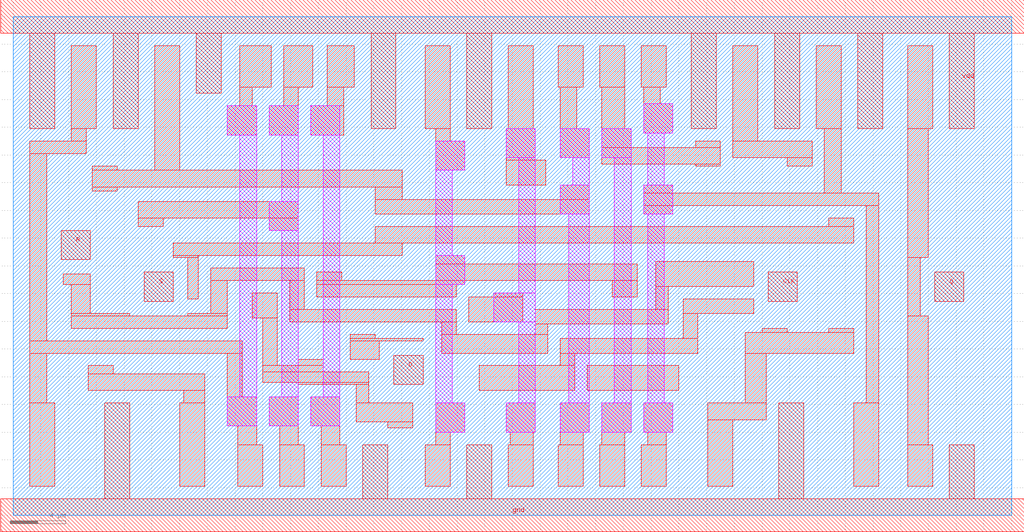
<source format=lef>
#--------------------------------------------------
# LEF file for Route & Via Rile
#  Ported from osu050 by GoodKook@gmail.com
#

VERSION 5.7 ;
  NOWIREEXTENSIONATPIN ON ;
  DIVIDERCHAR "/" ;
  BUSBITCHARS "[]" ;

UNITS
  DATABASE MICRONS 1000 ;
END UNITS

USEMINSPACING OBS ON ;
USEMINSPACING PIN OFF ;
CLEARANCEMEASURE EUCLIDEAN ;

MANUFACTURINGGRID 0.15 ;

LAYER nwell
  TYPE	MASTERSLICE ;
END nwell

LAYER nactive
  TYPE	MASTERSLICE ;
END nactive

LAYER pactive
  TYPE	MASTERSLICE ;
END pactive

LAYER poly
  TYPE	MASTERSLICE ;
END poly

LAYER cc
  TYPE	CUT ;
  SPACING	0.6 ;
END cc

LAYER metal1
  TYPE		ROUTING ;
  DIRECTION	VERTICAL ;
  PITCH		3.0 ;
  OFFSET	1.5 ;
  WIDTH	    0.9 ;   # ETRI050 Rule: WIDTH=0.8
  SPACING	1.05 ;  # ETRI050 Rule: SPACING=0.8(1.0)
  RESISTANCE	RPERSQ 0.09 ;
  CAPACITANCE	CPERSQDIST 3.2e-05 ;
END metal1

LAYER via1
  TYPE	CUT ;
  SPACING	0.9 ;
END via1

LAYER metal2
  TYPE		ROUTING ;
  DIRECTION	HORIZONTAL ;
  PITCH		3.0 ;
  OFFSET	1.5 ;
  WIDTH		1.05 ;  # ETRI050 Rule: WIDTH=1.0
  SPACING	1.2 ;   # ETRI050 Rule: SPACING=1.0(1.2)
  RESISTANCE	RPERSQ 0.09 ;
  CAPACITANCE	CPERSQDIST 1.6e-05 ;
END metal2

LAYER via2
  TYPE	CUT ;
  SPACING	0.9 ;
END via2

LAYER metal3
  TYPE		ROUTING ;
  DIRECTION	VERTICAL ;
  PITCH		3.0 ;
  OFFSET	1.5 ;
  WIDTH		1.2 ;   # ETRI050 Rule: WIDTH=1.2
  SPACING	1.2 ;   # ETRI050 Rule: SPACING=1.0(1.2)
  RESISTANCE	RPERSQ 0.05 ;
  CAPACITANCE	CPERSQDIST 1e-05 ;
END metal3

SPACING
  SAMENET cc   via1	0.900 ;
  SAMENET via1 via2	0.900 ;
END SPACING

VIA M2_M1 DEFAULT
  LAYER metal1 ;
    RECT -1.050 -1.050 1.050 1.050 ;
  LAYER via1 ;
    RECT -0.450 -0.450 0.450 0.450 ;
  LAYER metal2 ;
    RECT -1.050 -1.050 1.050 1.050 ;
END M2_M1

VIA M3_M2 DEFAULT
  LAYER metal2 ;
    RECT -1.050 -1.050 1.050 1.050 ;
  LAYER via2 ;
    RECT -0.450 -0.450 0.450 0.450 ;
  LAYER metal3 ;
    RECT -1.050 -1.050 1.050 1.050 ;
END M3_M2


VIARULE viagen21 GENERATE
  LAYER metal1 ;
    DIRECTION HORIZONTAL ;
    WIDTH 2.1 TO 210 ;
    OVERHANG 0.0 ;
    METALOVERHANG 0 ;
  LAYER metal2 ;
    DIRECTION VERTICAL ;
    WIDTH 2.1 TO 210 ;
    OVERHANG 0.0 ;
    METALOVERHANG 0 ;
  LAYER via1 ;
#    RECT -1.05 -1.05 1.05 1.05 ;
    RECT -0.450 -0.450 0.450 0.450 ;
    SPACING 0.9 BY 0.9 ;
END viagen21

VIARULE viagen32 GENERATE
  LAYER metal3 ;
    DIRECTION HORIZONTAL ;
    WIDTH 2.1 TO 210 ;
    OVERHANG 0.0 ;
    METALOVERHANG 0 ;
  LAYER metal2 ;
    DIRECTION VERTICAL ;
    WIDTH 2.1 TO 210 ;
    OVERHANG 0.0 ;
    METALOVERHANG 0 ;
  LAYER via2 ;
#    RECT -1.05 -1.05 1.05 1.05 ;
    RECT -0.450 -0.450 0.450 0.450 ;
    SPACING 0.9 BY 0.9 ;
END viagen32

VIARULE TURN1 GENERATE
  LAYER metal1 ;
    DIRECTION HORIZONTAL ;
  LAYER metal1 ;
    DIRECTION VERTICAL ;
END TURN1

VIARULE TURN2 GENERATE
  LAYER metal2 ;
    DIRECTION HORIZONTAL ;
  LAYER metal2 ;
    DIRECTION VERTICAL ;
END TURN2

VIARULE TURN3 GENERATE
  LAYER metal3 ;
    DIRECTION HORIZONTAL ;
  LAYER metal3 ;
    DIRECTION VERTICAL ;
END TURN3

SITE  corner
    CLASS	PAD ;
    SYMMETRY	R90 Y ;
    SIZE	300.000 BY 300.000 ;
END  corner

SITE  IO
    CLASS	PAD ;
    SYMMETRY	Y ;
    SIZE	90.000 BY 300.000 ;
END  IO

SITE  core
    CLASS	CORE ;
    SYMMETRY	Y ;
    SIZE	3.000 BY 30.000 ;
END  core

# =====================================================================
#  Core MACROS
# =====================================================================
MACRO AND2X1
  CLASS CORE ;
  FOREIGN AND2X1 ;
  ORIGIN 0.000 0.000 ;
  SIZE 15.000 BY 36.000 ;
  SYMMETRY X Y ;
  SITE core ;
  PIN A
    DIRECTION INPUT ;
    USE SIGNAL ;
    PORT
      LAYER metal1 ;
        RECT 0.450 15.450 2.550 17.550 ;
    END
  END A
  PIN B
    DIRECTION INPUT ;
    USE SIGNAL ;
    PORT
      LAYER metal1 ;
        RECT 6.450 18.450 8.550 20.550 ;
    END
  END B
  PIN Y
    DIRECTION OUTPUT ;
    USE SIGNAL ;
    PORT
      LAYER metal1 ;
        RECT 9.450 12.450 11.550 14.550 ;
    END
  END Y
  PIN vdd
    DIRECTION INOUT ;
    USE POWER ;
    SHAPE ABUTMENT ;
    PORT
      LAYER metal1 ;
        RECT -0.900 34.800 15.900 37.200 ;
        RECT 0.900 27.900 2.700 34.800 ;
        RECT 6.900 27.900 8.700 34.800 ;
    END
  END vdd
  PIN gnd
    DIRECTION INOUT ;
    USE GROUND ;
    SHAPE ABUTMENT ;
    PORT
      LAYER metal1 ;
        RECT 5.100 1.200 6.900 8.100 ;
        RECT -0.900 -1.200 15.900 1.200 ;
    END
  END gnd
  OBS
      LAYER metal1 ;
        RECT 3.900 27.900 5.700 33.900 ;
        RECT 9.900 27.900 11.700 33.900 ;
        RECT 0.600 13.650 2.400 14.400 ;
        RECT 3.900 10.800 5.100 27.900 ;
        RECT 6.600 21.600 8.400 22.350 ;
        RECT 9.900 15.600 11.100 27.900 ;
        RECT 1.500 9.600 8.400 10.800 ;
        RECT 1.500 8.100 2.700 9.600 ;
        RECT 6.600 9.000 8.400 9.600 ;
        RECT 0.900 2.100 2.700 8.100 ;
        RECT 9.450 6.300 10.650 11.400 ;
        RECT 8.400 5.100 10.650 6.300 ;
        RECT 8.400 2.100 10.200 5.100 ;
  END
END AND2X1
MACRO AND2X2
  CLASS CORE ;
  FOREIGN AND2X2 ;
  ORIGIN 0.000 0.000 ;
  SIZE 15.000 BY 36.000 ;
  SYMMETRY X Y ;
  SITE core ;
  PIN A
    DIRECTION INPUT ;
    USE SIGNAL ;
    PORT
      LAYER metal1 ;
        RECT 0.450 12.450 2.550 14.550 ;
    END
  END A
  PIN B
    DIRECTION INPUT ;
    USE SIGNAL ;
    PORT
      LAYER metal1 ;
        RECT 6.450 15.450 8.550 17.550 ;
    END
  END B
  PIN Y
    DIRECTION OUTPUT ;
    USE SIGNAL ;
    PORT
      LAYER metal1 ;
        RECT 9.450 12.450 11.550 14.550 ;
    END
  END Y
  PIN vdd
    DIRECTION INOUT ;
    USE POWER ;
    SHAPE ABUTMENT ;
    PORT
      LAYER metal1 ;
        RECT -0.900 34.800 15.900 37.200 ;
        RECT 0.900 27.900 2.700 34.800 ;
        RECT 7.500 21.900 9.300 34.800 ;
    END
  END vdd
  PIN gnd
    DIRECTION INOUT ;
    USE GROUND ;
    SHAPE ABUTMENT ;
    PORT
      LAYER metal1 ;
        RECT 5.400 1.200 7.200 8.100 ;
        RECT -0.900 -1.200 15.900 1.200 ;
    END
  END gnd
  OBS
      LAYER metal1 ;
        RECT 3.900 27.900 5.700 33.900 ;
        RECT 0.600 15.600 2.400 16.350 ;
        RECT 3.900 10.800 5.100 27.900 ;
        RECT 10.500 21.900 12.300 33.900 ;
        RECT 10.500 15.600 11.550 21.900 ;
        RECT 6.600 13.650 8.400 14.400 ;
        RECT 1.500 9.750 8.400 10.800 ;
        RECT 1.500 8.100 2.700 9.750 ;
        RECT 6.600 9.000 8.400 9.750 ;
        RECT 9.450 8.100 10.500 11.400 ;
        RECT 0.900 2.100 2.700 8.100 ;
        RECT 8.400 6.450 10.500 8.100 ;
        RECT 8.400 2.100 10.200 6.450 ;
  END
END AND2X2
MACRO AOI21X1
  CLASS CORE ;
  FOREIGN AOI21X1 ;
  ORIGIN 0.000 0.000 ;
  SIZE 15.000 BY 36.000 ;
  SYMMETRY X Y ;
  SITE core ;
  PIN A
    DIRECTION INPUT ;
    USE SIGNAL ;
    PORT
      LAYER metal1 ;
        RECT 0.450 15.450 2.550 17.550 ;
    END
  END A
  PIN B
    DIRECTION INPUT ;
    USE SIGNAL ;
    PORT
      LAYER metal1 ;
        RECT 3.450 12.450 5.550 14.550 ;
    END
  END B
  PIN C
    DIRECTION INPUT ;
    USE SIGNAL ;
    PORT
      LAYER metal1 ;
        RECT 6.450 15.450 8.550 17.550 ;
    END
  END C
  PIN Y
    DIRECTION OUTPUT ;
    USE SIGNAL ;
    PORT
      LAYER metal1 ;
        RECT 9.450 12.450 11.550 14.550 ;
    END
  END Y
  PIN vdd
    DIRECTION INOUT ;
    USE POWER ;
    SHAPE ABUTMENT ;
    PORT
      LAYER metal1 ;
        RECT -0.900 34.800 15.900 37.200 ;
        RECT 3.900 23.700 5.700 34.800 ;
    END
  END vdd
  PIN gnd
    DIRECTION INOUT ;
    USE GROUND ;
    SHAPE ABUTMENT ;
    PORT
      LAYER metal1 ;
        RECT 1.500 1.200 3.300 8.100 ;
        RECT 9.000 1.200 10.800 5.100 ;
        RECT -0.900 -1.200 15.900 1.200 ;
    END
  END gnd
  OBS
      LAYER metal1 ;
        RECT 0.900 22.800 2.700 33.900 ;
        RECT 6.900 22.800 8.700 33.900 ;
        RECT 0.900 21.900 8.700 22.800 ;
        RECT 9.900 21.900 11.700 33.900 ;
        RECT 3.600 15.600 5.400 16.350 ;
        RECT 9.900 15.600 11.100 21.900 ;
        RECT 0.600 13.650 2.400 14.400 ;
        RECT 6.600 13.650 8.400 14.400 ;
        RECT 9.450 8.100 10.650 11.400 ;
        RECT 5.700 6.900 10.650 8.100 ;
        RECT 5.700 2.100 7.500 6.900 ;
  END
END AOI21X1
MACRO AOI22X1
  CLASS CORE ;
  FOREIGN AOI22X1 ;
  ORIGIN 0.000 0.000 ;
  SIZE 18.000 BY 36.000 ;
  SYMMETRY X Y ;
  SITE core ;
  PIN A
    DIRECTION INPUT ;
    USE SIGNAL ;
    PORT
      LAYER metal1 ;
        RECT 0.450 12.450 2.550 14.550 ;
    END
  END A
  PIN B
    DIRECTION INPUT ;
    USE SIGNAL ;
    PORT
      LAYER metal1 ;
        RECT 3.450 15.450 5.550 17.550 ;
    END
  END B
  PIN C
    DIRECTION INPUT ;
    USE SIGNAL ;
    PORT
      LAYER metal1 ;
        RECT 12.450 12.450 14.550 14.550 ;
    END
  END C
  PIN D
    DIRECTION INPUT ;
    USE SIGNAL ;
    PORT
      LAYER metal1 ;
        RECT 9.450 15.450 11.550 17.550 ;
    END
  END D
  PIN Y
    DIRECTION OUTPUT ;
    USE SIGNAL ;
    PORT
      LAYER metal1 ;
        RECT 6.450 12.450 8.550 14.550 ;
    END
  END Y
  PIN vdd
    DIRECTION INOUT ;
    USE POWER ;
    SHAPE ABUTMENT ;
    PORT
      LAYER metal1 ;
        RECT -0.900 34.800 18.900 37.200 ;
        RECT 3.900 24.000 5.700 34.800 ;
    END
  END vdd
  PIN gnd
    DIRECTION INOUT ;
    USE GROUND ;
    SHAPE ABUTMENT ;
    PORT
      LAYER metal1 ;
        RECT 1.500 1.200 3.300 8.100 ;
        RECT 10.050 1.200 11.850 8.100 ;
        RECT -0.900 -1.200 18.900 1.200 ;
    END
  END gnd
  OBS
      LAYER metal1 ;
        RECT 0.900 23.100 2.700 33.900 ;
        RECT 6.900 32.700 14.700 33.900 ;
        RECT 6.900 23.100 8.700 32.700 ;
        RECT 0.900 21.900 8.700 23.100 ;
        RECT 9.900 21.000 11.700 31.800 ;
        RECT 12.900 21.900 14.700 32.700 ;
        RECT 7.350 19.800 11.700 21.000 ;
        RECT 7.350 18.600 8.550 19.800 ;
        RECT 0.750 15.600 2.400 16.350 ;
        RECT 7.350 15.600 8.400 18.600 ;
        RECT 12.600 15.600 14.400 16.350 ;
        RECT 3.750 13.650 5.400 14.400 ;
        RECT 9.600 13.650 11.250 14.400 ;
        RECT 6.450 8.100 7.650 11.400 ;
        RECT 5.850 2.100 7.650 8.100 ;
  END
END AOI22X1
MACRO BUFX2
  CLASS CORE ;
  FOREIGN BUFX2 ;
  ORIGIN 0.000 0.000 ;
  SIZE 12.000 BY 36.000 ;
  SYMMETRY X Y ;
  SITE core ;
  PIN A
    DIRECTION INPUT ;
    USE SIGNAL ;
    PORT
      LAYER metal1 ;
        RECT 0.450 12.450 2.550 14.550 ;
    END
  END A
  PIN Y
    DIRECTION OUTPUT ;
    USE SIGNAL ;
    PORT
      LAYER metal1 ;
        RECT 6.450 12.450 8.550 14.550 ;
    END
  END Y
  PIN vdd
    DIRECTION INOUT ;
    USE POWER ;
    SHAPE ABUTMENT ;
    PORT
      LAYER metal1 ;
        RECT -0.900 34.800 12.900 37.200 ;
        RECT 4.200 21.900 6.000 34.800 ;
    END
  END vdd
  PIN gnd
    DIRECTION INOUT ;
    USE GROUND ;
    SHAPE ABUTMENT ;
    PORT
      LAYER metal1 ;
        RECT 4.200 1.200 6.000 8.100 ;
        RECT -0.900 -1.200 12.900 1.200 ;
    END
  END gnd
  OBS
      LAYER metal1 ;
        RECT 0.900 27.900 2.700 33.900 ;
        RECT 0.900 21.000 2.100 27.900 ;
        RECT 7.200 21.900 9.000 33.900 ;
        RECT 0.900 19.800 6.600 21.000 ;
        RECT 4.350 19.200 6.600 19.800 ;
        RECT 0.600 15.600 2.400 16.350 ;
        RECT 4.350 15.600 5.550 19.200 ;
        RECT 7.500 15.600 8.700 21.900 ;
        RECT 4.350 11.400 5.400 15.600 ;
        RECT 4.350 10.800 5.550 11.400 ;
        RECT 4.350 10.200 6.600 10.800 ;
        RECT 1.500 9.000 6.600 10.200 ;
        RECT 1.500 5.100 2.700 9.000 ;
        RECT 7.500 8.100 8.700 11.400 ;
        RECT 0.900 2.100 2.700 5.100 ;
        RECT 7.200 2.100 9.000 8.100 ;
  END
END BUFX2
MACRO BUFX4
  CLASS CORE ;
  FOREIGN BUFX4 ;
  ORIGIN 0.000 0.000 ;
  SIZE 15.000 BY 36.000 ;
  SYMMETRY X Y ;
  SITE core ;
  PIN A
    DIRECTION INPUT ;
    USE SIGNAL ;
    PORT
      LAYER metal1 ;
        RECT 0.450 12.450 2.550 14.550 ;
    END
  END A
  PIN Y
    DIRECTION OUTPUT ;
    USE SIGNAL ;
    PORT
      LAYER metal1 ;
        RECT 9.450 12.450 11.550 14.550 ;
    END
  END Y
  PIN vdd
    DIRECTION INOUT ;
    USE POWER ;
    SHAPE ABUTMENT ;
    PORT
      LAYER metal1 ;
        RECT -0.900 34.800 16.050 37.200 ;
        RECT 4.200 21.900 6.000 34.800 ;
        RECT 10.200 21.900 12.000 34.800 ;
    END
  END vdd
  PIN gnd
    DIRECTION INOUT ;
    USE GROUND ;
    SHAPE ABUTMENT ;
    PORT
      LAYER metal1 ;
        RECT 4.200 1.200 6.000 8.100 ;
        RECT 10.200 1.200 12.000 8.100 ;
        RECT -0.900 -1.200 16.200 1.200 ;
    END
  END gnd
  OBS
      LAYER metal1 ;
        RECT 0.900 24.900 2.700 33.900 ;
        RECT 1.500 21.000 2.700 24.900 ;
        RECT 7.200 21.900 9.000 33.900 ;
        RECT 1.500 19.800 6.750 21.000 ;
        RECT 4.950 19.200 6.750 19.800 ;
        RECT 0.600 15.600 2.400 16.350 ;
        RECT 4.950 10.800 6.150 19.200 ;
        RECT 7.800 15.600 9.000 21.900 ;
        RECT 7.800 11.400 8.400 15.600 ;
        RECT 4.950 10.200 6.750 10.800 ;
        RECT 1.500 9.000 6.750 10.200 ;
        RECT 1.500 6.600 2.700 9.000 ;
        RECT 7.800 8.100 9.000 11.400 ;
        RECT 0.900 2.100 2.700 6.600 ;
        RECT 7.200 2.100 9.000 8.100 ;
  END
END BUFX4
MACRO CLKBUF1
  CLASS CORE ;
  FOREIGN CLKBUF1 ;
  ORIGIN 0.000 0.000 ;
  SIZE 30.000 BY 36.000 ;
  SYMMETRY X Y ;
  SITE core ;
  PIN A
    DIRECTION INPUT ;
    USE SIGNAL ;
    PORT
      LAYER metal1 ;
        RECT 3.450 15.450 5.550 17.550 ;
    END
  END A
  PIN Y
    DIRECTION OUTPUT ;
    USE SIGNAL ;
    PORT
      LAYER metal1 ;
        RECT 24.450 15.450 26.550 17.550 ;
    END
  END Y
  PIN vdd
    DIRECTION INOUT ;
    USE POWER ;
    SHAPE ABUTMENT ;
    PORT
      LAYER metal1 ;
        RECT -0.900 34.800 30.900 37.200 ;
        RECT 0.900 21.900 2.700 34.800 ;
        RECT 6.900 21.900 8.700 34.800 ;
        RECT 12.900 21.900 14.700 34.800 ;
        RECT 18.900 21.900 20.700 34.800 ;
        RECT 24.900 21.900 26.700 34.800 ;
    END
  END vdd
  PIN gnd
    DIRECTION INOUT ;
    USE GROUND ;
    SHAPE ABUTMENT ;
    PORT
      LAYER metal1 ;
        RECT 0.900 1.200 2.700 8.100 ;
        RECT 6.900 1.200 8.700 8.100 ;
        RECT 12.900 1.200 14.700 8.100 ;
        RECT 18.900 1.200 20.700 8.100 ;
        RECT 24.900 1.200 26.700 8.100 ;
        RECT -0.900 -1.200 30.900 1.200 ;
    END
  END gnd
  OBS
      LAYER metal1 ;
        RECT 3.900 21.000 5.700 33.900 ;
        RECT 9.900 21.000 11.700 33.900 ;
        RECT 15.900 21.000 17.700 33.900 ;
        RECT 21.900 21.000 23.700 33.900 ;
        RECT 3.900 19.800 7.800 21.000 ;
        RECT 9.900 19.800 13.800 21.000 ;
        RECT 15.900 19.800 19.800 21.000 ;
        RECT 21.900 19.800 24.600 21.000 ;
        RECT 3.600 13.650 5.400 14.400 ;
        RECT 6.600 12.300 7.800 19.800 ;
        RECT 9.000 12.300 10.800 12.900 ;
        RECT 6.600 11.100 10.800 12.300 ;
        RECT 12.600 12.300 13.800 19.800 ;
        RECT 15.000 12.300 16.800 12.900 ;
        RECT 12.600 11.100 16.800 12.300 ;
        RECT 18.600 12.300 19.800 19.800 ;
        RECT 23.700 18.600 24.600 19.800 ;
        RECT 21.000 12.300 22.800 12.900 ;
        RECT 18.600 11.100 22.800 12.300 ;
        RECT 6.600 10.200 7.800 11.100 ;
        RECT 12.600 10.200 13.800 11.100 ;
        RECT 18.600 10.200 19.800 11.100 ;
        RECT 23.700 10.200 24.600 14.400 ;
        RECT 3.900 9.000 7.800 10.200 ;
        RECT 9.900 9.000 13.800 10.200 ;
        RECT 15.900 9.000 19.800 10.200 ;
        RECT 21.900 9.000 24.600 10.200 ;
        RECT 3.900 2.100 5.700 9.000 ;
        RECT 9.900 2.100 11.700 9.000 ;
        RECT 15.900 2.100 17.700 9.000 ;
        RECT 21.900 2.100 23.700 9.000 ;
  END
END CLKBUF1
MACRO CLKBUF2
  CLASS CORE ;
  FOREIGN CLKBUF2 ;
  ORIGIN 0.000 0.000 ;
  SIZE 42.000 BY 36.000 ;
  SYMMETRY X Y ;
  SITE core ;
  PIN A
    DIRECTION INPUT ;
    USE SIGNAL ;
    PORT
      LAYER metal1 ;
        RECT 3.450 15.450 5.550 17.550 ;
    END
  END A
  PIN Y
    DIRECTION OUTPUT ;
    USE SIGNAL ;
    PORT
      LAYER metal1 ;
        RECT 36.450 15.450 38.550 17.550 ;
    END
  END Y
  PIN vdd
    DIRECTION INOUT ;
    USE POWER ;
    SHAPE ABUTMENT ;
    PORT
      LAYER metal1 ;
        RECT -0.900 34.800 42.900 37.200 ;
        RECT 0.900 21.900 2.700 34.800 ;
        RECT 6.900 21.900 8.700 34.800 ;
        RECT 12.900 21.900 14.700 34.800 ;
        RECT 18.900 21.900 20.700 34.800 ;
        RECT 24.900 21.900 26.700 34.800 ;
        RECT 30.900 21.900 32.700 34.800 ;
        RECT 36.900 21.900 38.700 34.800 ;
    END
  END vdd
  PIN gnd
    DIRECTION INOUT ;
    USE GROUND ;
    SHAPE ABUTMENT ;
    PORT
      LAYER metal1 ;
        RECT 0.900 1.200 2.700 8.100 ;
        RECT 6.900 1.200 8.700 8.100 ;
        RECT 12.900 1.200 14.700 8.100 ;
        RECT 18.900 1.200 20.700 8.100 ;
        RECT 24.900 1.200 26.700 8.100 ;
        RECT 30.900 1.200 32.700 8.100 ;
        RECT 36.900 1.200 38.700 8.100 ;
        RECT -0.900 -1.200 42.900 1.200 ;
    END
  END gnd
  OBS
      LAYER metal1 ;
        RECT 3.900 21.000 5.700 33.900 ;
        RECT 9.900 21.000 11.700 33.900 ;
        RECT 15.900 21.000 17.700 33.900 ;
        RECT 21.900 21.000 23.700 33.900 ;
        RECT 27.900 21.000 29.700 33.900 ;
        RECT 33.900 21.000 35.700 33.900 ;
        RECT 3.900 19.800 7.950 21.000 ;
        RECT 9.900 19.800 13.800 21.000 ;
        RECT 15.900 19.800 19.800 21.000 ;
        RECT 21.900 19.800 26.100 21.000 ;
        RECT 27.900 19.800 31.200 21.000 ;
        RECT 33.900 19.800 37.200 21.000 ;
        RECT 3.600 13.650 5.400 14.400 ;
        RECT 6.750 12.300 7.950 19.800 ;
        RECT 9.000 12.300 10.800 12.900 ;
        RECT 6.750 11.100 10.800 12.300 ;
        RECT 12.600 12.300 13.800 19.800 ;
        RECT 15.000 12.300 16.800 12.900 ;
        RECT 12.600 11.100 16.800 12.300 ;
        RECT 18.600 12.300 19.800 19.800 ;
        RECT 21.000 12.300 22.800 12.900 ;
        RECT 18.600 11.100 22.800 12.300 ;
        RECT 24.900 12.300 26.100 19.800 ;
        RECT 27.000 12.300 28.800 12.900 ;
        RECT 24.900 11.100 28.800 12.300 ;
        RECT 30.000 12.300 31.200 19.800 ;
        RECT 36.000 18.600 37.200 19.800 ;
        RECT 33.000 12.300 34.800 12.900 ;
        RECT 30.000 11.100 34.800 12.300 ;
        RECT 6.750 10.200 7.950 11.100 ;
        RECT 12.600 10.200 13.800 11.100 ;
        RECT 18.600 10.200 19.800 11.100 ;
        RECT 24.900 10.200 26.100 11.100 ;
        RECT 30.000 10.200 31.200 11.100 ;
        RECT 36.000 10.200 37.200 14.400 ;
        RECT 3.900 9.000 7.950 10.200 ;
        RECT 9.900 9.000 13.800 10.200 ;
        RECT 15.900 9.000 19.800 10.200 ;
        RECT 21.900 9.000 26.100 10.200 ;
        RECT 27.900 9.000 31.200 10.200 ;
        RECT 33.900 9.000 37.200 10.200 ;
        RECT 3.900 2.100 5.700 9.000 ;
        RECT 9.900 2.100 11.700 9.000 ;
        RECT 15.900 2.100 17.700 9.000 ;
        RECT 21.900 2.100 23.700 9.000 ;
        RECT 27.900 2.100 29.700 9.000 ;
        RECT 33.900 2.100 35.700 9.000 ;
  END
END CLKBUF2
MACRO CLKBUF3
  CLASS CORE ;
  FOREIGN CLKBUF3 ;
  ORIGIN 0.000 0.000 ;
  SIZE 54.000 BY 36.000 ;
  SYMMETRY X Y ;
  SITE core ;
  PIN A
    DIRECTION INPUT ;
    USE SIGNAL ;
    PORT
      LAYER metal1 ;
        RECT 3.450 15.450 5.550 17.550 ;
    END
  END A
  PIN Y
    DIRECTION OUTPUT ;
    USE SIGNAL ;
    PORT
      LAYER metal1 ;
        RECT 48.450 15.450 50.550 17.550 ;
    END
  END Y
  PIN vdd
    DIRECTION INOUT ;
    USE POWER ;
    SHAPE ABUTMENT ;
    PORT
      LAYER metal1 ;
        RECT -0.900 34.800 54.900 37.200 ;
        RECT 0.900 21.900 2.700 34.800 ;
        RECT 6.900 21.900 8.700 34.800 ;
        RECT 12.900 21.900 14.700 34.800 ;
        RECT 18.900 21.900 20.700 34.800 ;
        RECT 24.900 21.900 26.700 34.800 ;
        RECT 30.900 21.900 32.700 34.800 ;
        RECT 36.900 21.900 38.700 34.800 ;
        RECT 42.900 21.900 44.700 34.800 ;
        RECT 48.900 21.900 50.700 34.800 ;
    END
  END vdd
  PIN gnd
    DIRECTION INOUT ;
    USE GROUND ;
    SHAPE ABUTMENT ;
    PORT
      LAYER metal1 ;
        RECT 0.900 1.200 2.700 8.100 ;
        RECT 6.900 1.200 8.700 8.100 ;
        RECT 12.900 1.200 14.700 8.100 ;
        RECT 18.900 1.200 20.700 8.100 ;
        RECT 24.900 1.200 26.700 8.100 ;
        RECT 30.900 1.200 32.700 8.100 ;
        RECT 36.900 1.200 38.700 8.100 ;
        RECT 42.900 1.200 44.700 8.100 ;
        RECT 48.900 1.200 50.700 8.100 ;
        RECT -0.900 -1.200 55.200 1.200 ;
    END
  END gnd
  OBS
      LAYER metal1 ;
        RECT 3.900 21.000 5.700 33.900 ;
        RECT 9.900 21.000 11.700 33.900 ;
        RECT 15.900 21.000 17.700 33.900 ;
        RECT 21.900 21.000 23.700 33.900 ;
        RECT 27.900 21.000 29.700 33.900 ;
        RECT 33.900 21.000 35.700 33.900 ;
        RECT 39.900 21.000 41.700 33.900 ;
        RECT 45.900 21.000 47.700 33.900 ;
        RECT 3.900 19.800 7.800 21.000 ;
        RECT 9.900 19.800 13.800 21.000 ;
        RECT 15.900 19.800 19.800 21.000 ;
        RECT 21.900 19.800 26.100 21.000 ;
        RECT 27.900 19.800 31.200 21.000 ;
        RECT 33.900 19.800 37.800 21.000 ;
        RECT 39.900 19.800 42.900 21.000 ;
        RECT 45.900 19.800 49.050 21.000 ;
        RECT 3.600 13.650 5.400 14.400 ;
        RECT 6.750 12.900 7.800 19.800 ;
        RECT 12.600 12.900 13.800 19.800 ;
        RECT 18.600 12.900 19.800 19.800 ;
        RECT 24.900 12.900 26.100 19.800 ;
        RECT 30.000 12.900 31.200 19.800 ;
        RECT 36.600 12.900 37.800 19.800 ;
        RECT 41.700 12.900 42.900 19.800 ;
        RECT 47.850 18.600 49.050 19.800 ;
        RECT 6.750 11.100 10.800 12.900 ;
        RECT 12.600 11.100 16.800 12.900 ;
        RECT 18.600 11.100 22.800 12.900 ;
        RECT 24.900 11.100 28.800 12.900 ;
        RECT 30.000 11.100 34.800 12.900 ;
        RECT 36.600 11.100 40.800 12.900 ;
        RECT 41.700 11.100 46.800 12.900 ;
        RECT 6.750 10.200 7.800 11.100 ;
        RECT 12.600 10.200 13.800 11.100 ;
        RECT 18.600 10.200 19.800 11.100 ;
        RECT 24.900 10.200 26.100 11.100 ;
        RECT 30.000 10.200 31.200 11.100 ;
        RECT 36.600 10.200 37.800 11.100 ;
        RECT 41.700 10.200 42.900 11.100 ;
        RECT 47.850 10.200 49.050 14.400 ;
        RECT 3.900 9.000 7.800 10.200 ;
        RECT 9.900 9.000 13.800 10.200 ;
        RECT 15.900 9.000 19.800 10.200 ;
        RECT 21.900 9.000 26.100 10.200 ;
        RECT 27.900 9.000 31.200 10.200 ;
        RECT 33.900 9.000 37.800 10.200 ;
        RECT 39.900 9.000 42.900 10.200 ;
        RECT 45.900 9.000 49.050 10.200 ;
        RECT 3.900 2.100 5.700 9.000 ;
        RECT 9.900 2.100 11.700 9.000 ;
        RECT 15.900 2.100 17.700 9.000 ;
        RECT 21.900 2.100 23.700 9.000 ;
        RECT 27.900 2.100 29.700 9.000 ;
        RECT 33.900 2.100 35.700 9.000 ;
        RECT 39.900 2.100 41.700 9.000 ;
        RECT 45.900 2.100 47.700 9.000 ;
  END
END CLKBUF3
MACRO DFFNEGX1
  CLASS CORE ;
  FOREIGN DFFNEGX1 ;
  ORIGIN 0.000 0.000 ;
  SIZE 36.000 BY 36.000 ;
  SYMMETRY X Y ;
  SITE core ;
  PIN D
    DIRECTION INPUT ;
    USE SIGNAL ;
    PORT
      LAYER metal1 ;
        RECT 3.450 12.450 5.550 14.550 ;
    END
  END D
  PIN CLK
    DIRECTION INPUT ;
    USE CLOCK ;
    PORT
      LAYER metal1 ;
        RECT 15.450 12.450 17.550 14.550 ;
    END
  END CLK
  PIN Q
    DIRECTION OUTPUT ;
    USE SIGNAL ;
    PORT
      LAYER metal1 ;
        RECT 30.450 12.450 32.550 14.550 ;
    END
  END Q
  PIN vdd
    DIRECTION INOUT ;
    USE POWER ;
    SHAPE ABUTMENT ;
    PORT
      LAYER metal1 ;
        RECT -0.900 34.800 36.900 37.200 ;
        RECT 3.900 27.900 5.700 34.800 ;
        RECT 13.500 27.900 15.300 34.800 ;
        RECT 20.100 27.900 21.900 34.800 ;
        RECT 29.100 30.900 30.900 34.800 ;
    END
  END vdd
  PIN gnd
    DIRECTION INOUT ;
    USE GROUND ;
    SHAPE ABUTMENT ;
    PORT
      LAYER metal1 ;
        RECT 3.900 1.200 5.700 5.100 ;
        RECT 13.200 1.200 15.000 5.100 ;
        RECT 20.100 1.200 21.900 5.100 ;
        RECT 29.100 1.200 30.900 5.100 ;
        RECT -0.900 -1.200 36.900 1.200 ;
    END
  END gnd
  OBS
      LAYER metal1 ;
        RECT 0.900 21.300 2.700 33.900 ;
        RECT 8.700 29.100 10.500 33.900 ;
        RECT 6.900 27.900 10.500 29.100 ;
        RECT 6.900 27.300 8.550 27.900 ;
        RECT 6.450 25.200 8.550 27.300 ;
        RECT 16.500 27.000 18.300 33.900 ;
        RECT 24.600 27.900 26.400 33.900 ;
        RECT 9.600 24.300 11.400 27.000 ;
        RECT 12.600 25.800 19.200 27.000 ;
        RECT 24.300 25.800 26.400 27.900 ;
        RECT 12.600 25.200 14.400 25.800 ;
        RECT 17.400 25.200 19.200 25.800 ;
        RECT 9.450 22.200 11.550 24.300 ;
        RECT 25.200 24.000 27.000 24.600 ;
        RECT 20.100 22.800 27.000 24.000 ;
        RECT 20.100 22.200 21.900 22.800 ;
        RECT 20.100 21.300 21.000 22.200 ;
        RECT 0.900 20.100 21.000 21.300 ;
        RECT 32.100 21.900 33.900 33.900 ;
        RECT 0.900 8.100 1.800 20.100 ;
        RECT 7.800 19.500 9.600 20.100 ;
        RECT 14.400 18.600 16.200 19.200 ;
        RECT 6.450 17.400 16.200 18.600 ;
        RECT 24.300 18.000 26.400 18.600 ;
        RECT 29.400 18.000 31.200 18.600 ;
        RECT 6.450 16.500 8.550 17.400 ;
        RECT 24.300 16.800 31.200 18.000 ;
        RECT 24.300 16.500 26.400 16.800 ;
        RECT 3.600 15.600 5.400 16.350 ;
        RECT 32.100 15.600 33.300 21.900 ;
        RECT 9.450 11.400 11.550 13.200 ;
        RECT 27.000 12.450 29.400 14.250 ;
        RECT 2.850 10.200 23.700 11.400 ;
        RECT 2.850 9.600 4.650 10.200 ;
        RECT 7.800 9.000 9.600 10.200 ;
        RECT 21.900 9.600 23.700 10.200 ;
        RECT 32.100 8.100 33.300 11.400 ;
        RECT 0.900 2.100 2.700 8.100 ;
        RECT 6.450 6.000 8.550 8.100 ;
        RECT 12.600 7.200 14.400 7.800 ;
        RECT 12.600 6.000 17.700 7.200 ;
        RECT 6.900 5.100 8.550 6.000 ;
        RECT 16.500 5.100 17.700 6.000 ;
        RECT 6.900 4.050 10.500 5.100 ;
        RECT 8.700 2.100 10.500 4.050 ;
        RECT 16.500 2.100 18.300 5.100 ;
        RECT 24.300 4.200 26.400 7.200 ;
        RECT 24.600 2.100 26.400 4.200 ;
        RECT 32.100 2.100 33.900 8.100 ;
      LAYER metal2 ;
        RECT 6.450 25.200 8.550 27.300 ;
        RECT 24.300 25.800 26.400 27.900 ;
        RECT 7.050 18.600 8.100 25.200 ;
        RECT 9.450 22.200 11.550 24.300 ;
        RECT 6.450 16.500 8.550 18.600 ;
        RECT 7.050 8.100 8.100 16.500 ;
        RECT 10.050 13.200 11.400 22.200 ;
        RECT 24.300 18.600 25.500 25.800 ;
        RECT 24.300 16.500 26.400 18.600 ;
        RECT 9.450 11.100 11.550 13.200 ;
        RECT 6.450 6.000 8.550 8.100 ;
        RECT 24.300 7.200 25.500 16.500 ;
        RECT 24.300 5.100 26.400 7.200 ;
  END
END DFFNEGX1
MACRO DFFPOSX1
  CLASS CORE ;
  FOREIGN DFFPOSX1 ;
  ORIGIN 0.000 0.000 ;
  SIZE 36.000 BY 36.000 ;
  SYMMETRY X Y ;
  SITE core ;
  PIN D
    DIRECTION INPUT ;
    USE SIGNAL ;
    PORT
      LAYER metal1 ;
        RECT 12.450 12.450 14.550 14.550 ;
    END
  END D
  PIN CLK
    DIRECTION INPUT ;
    USE CLOCK ;
    PORT
      LAYER metal1 ;
        RECT 18.450 12.450 20.550 14.550 ;
    END
  END CLK
  PIN Q
    DIRECTION OUTPUT ;
    USE SIGNAL ;
    PORT
      LAYER metal1 ;
        RECT 30.450 12.450 32.550 14.550 ;
    END
  END Q
  PIN vdd
    DIRECTION INOUT ;
    USE POWER ;
    SHAPE ABUTMENT ;
    PORT
      LAYER metal1 ;
        RECT -0.900 34.800 36.900 37.200 ;
        RECT 4.650 27.900 6.450 34.800 ;
        RECT 14.850 27.900 16.650 34.800 ;
        RECT 21.450 27.900 23.250 34.800 ;
        RECT 30.150 30.900 31.950 34.800 ;
    END
  END vdd
  PIN gnd
    DIRECTION INOUT ;
    USE GROUND ;
    SHAPE ABUTMENT ;
    PORT
      LAYER metal1 ;
        RECT 4.650 1.200 6.450 5.100 ;
        RECT 13.950 1.200 15.750 5.100 ;
        RECT 20.850 1.200 22.650 5.100 ;
        RECT 29.850 1.200 31.650 5.100 ;
        RECT -0.900 -1.200 36.900 1.200 ;
    END
  END gnd
  OBS
      LAYER metal1 ;
        RECT 1.650 21.900 3.450 33.900 ;
        RECT 10.050 27.900 11.850 33.900 ;
        RECT 10.050 27.000 11.250 27.900 ;
        RECT 17.850 27.000 19.650 33.900 ;
        RECT 25.650 27.900 27.450 33.900 ;
        RECT 6.450 24.900 11.250 27.000 ;
        RECT 13.950 25.950 20.550 27.000 ;
        RECT 13.950 25.200 15.750 25.950 ;
        RECT 18.750 25.200 20.550 25.950 ;
        RECT 25.650 25.800 29.550 27.900 ;
        RECT 10.050 24.000 11.250 24.900 ;
        RECT 22.950 24.300 24.750 24.900 ;
        RECT 10.050 22.800 17.550 24.000 ;
        RECT 15.750 22.200 17.550 22.800 ;
        RECT 18.450 23.400 24.750 24.300 ;
        RECT 1.650 21.300 12.750 21.900 ;
        RECT 18.450 21.300 19.350 23.400 ;
        RECT 22.950 23.100 24.750 23.400 ;
        RECT 25.650 23.100 28.350 24.900 ;
        RECT 25.650 22.200 26.550 23.100 ;
        RECT 1.650 20.700 19.350 21.300 ;
        RECT 1.650 8.100 2.550 20.700 ;
        RECT 10.950 20.400 19.350 20.700 ;
        RECT 20.550 21.300 26.550 22.200 ;
        RECT 27.450 21.300 29.550 22.200 ;
        RECT 33.150 21.900 34.950 33.900 ;
        RECT 10.950 20.100 12.750 20.400 ;
        RECT 20.550 15.600 21.450 21.300 ;
        RECT 27.450 20.100 31.650 21.300 ;
        RECT 30.750 18.300 32.550 20.100 ;
        RECT 3.600 13.650 5.400 15.450 ;
        RECT 6.600 15.300 8.400 15.600 ;
        RECT 6.600 14.400 11.400 15.300 ;
        RECT 33.750 14.550 34.950 21.900 ;
        RECT 6.600 13.800 8.400 14.400 ;
        RECT 4.500 12.900 5.400 13.650 ;
        RECT 9.600 12.900 11.400 13.500 ;
        RECT 4.500 11.700 11.400 12.900 ;
        RECT 28.650 12.450 29.400 14.250 ;
        RECT 33.600 12.450 34.950 14.550 ;
        RECT 10.350 10.500 11.400 11.700 ;
        RECT 20.550 10.500 21.450 11.400 ;
        RECT 10.350 9.600 21.450 10.500 ;
        RECT 10.350 8.700 11.400 9.600 ;
        RECT 20.550 9.300 21.450 9.600 ;
        RECT 1.650 2.100 3.450 8.100 ;
        RECT 6.450 6.000 8.550 8.100 ;
        RECT 10.050 6.900 11.850 8.700 ;
        RECT 13.350 7.950 15.150 8.700 ;
        RECT 13.350 6.900 18.300 7.950 ;
        RECT 20.550 7.500 22.350 9.300 ;
        RECT 33.750 8.100 34.950 12.450 ;
        RECT 27.450 7.200 29.550 8.100 ;
        RECT 7.500 5.100 8.550 6.000 ;
        RECT 17.250 5.100 18.300 6.900 ;
        RECT 25.800 6.000 29.550 7.200 ;
        RECT 25.800 5.100 26.850 6.000 ;
        RECT 7.500 4.200 11.250 5.100 ;
        RECT 9.450 2.100 11.250 4.200 ;
        RECT 17.250 2.100 19.050 5.100 ;
        RECT 25.050 2.100 26.850 5.100 ;
        RECT 33.150 2.100 34.950 8.100 ;
      LAYER metal2 ;
        RECT 6.450 24.900 8.550 27.000 ;
        RECT 27.450 25.800 29.550 27.900 ;
        RECT 7.200 8.100 8.400 24.900 ;
        RECT 27.450 22.200 28.650 25.800 ;
        RECT 27.450 20.100 29.550 22.200 ;
        RECT 27.450 8.100 28.650 20.100 ;
        RECT 6.450 6.000 8.550 8.100 ;
        RECT 27.450 6.000 29.550 8.100 ;
  END
END DFFPOSX1
MACRO DFFSR
  CLASS CORE ;
  FOREIGN DFFSR ;
  ORIGIN 0.000 0.000 ;
  SIZE 72.000 BY 36.000 ;
  SYMMETRY X Y ;
  SITE core ;
  PIN R
    DIRECTION INPUT ;
    USE SIGNAL ;
    PORT
      LAYER metal1 ;
        RECT 3.450 18.450 5.550 20.550 ;
    END
  END R
  PIN S
    DIRECTION INPUT ;
    USE SIGNAL ;
    PORT
      LAYER metal1 ;
        RECT 9.450 15.450 11.550 17.550 ;
    END
  END S
  PIN D
    DIRECTION INPUT ;
    USE SIGNAL ;
    PORT
      LAYER metal1 ;
        RECT 27.450 9.450 29.550 11.550 ;
    END
  END D
  PIN CLK
    DIRECTION INPUT ;
    USE CLOCK ;
    PORT
      LAYER metal1 ;
        RECT 54.450 15.450 56.550 17.550 ;
    END
  END CLK
  PIN Q
    DIRECTION OUTPUT ;
    USE SIGNAL ;
    PORT
      LAYER metal1 ;
        RECT 66.450 15.450 68.550 17.550 ;
    END
  END Q
  PIN vdd
    DIRECTION INOUT ;
    USE POWER ;
    SHAPE ABUTMENT ;
    PORT
      LAYER metal1 ;
        RECT -0.900 34.800 72.900 37.200 ;
        RECT 1.200 27.900 3.000 34.800 ;
        RECT 7.200 27.900 9.000 34.800 ;
        RECT 13.200 30.450 15.000 34.800 ;
        RECT 25.800 27.900 27.600 34.800 ;
        RECT 32.700 27.900 34.500 34.800 ;
        RECT 48.900 27.900 50.700 34.800 ;
        RECT 54.900 27.900 56.700 34.800 ;
        RECT 60.900 27.900 62.700 34.800 ;
        RECT 67.500 27.900 69.300 34.800 ;
    END
  END vdd
  PIN gnd
    DIRECTION INOUT ;
    USE GROUND ;
    SHAPE ABUTMENT ;
    PORT
      LAYER metal1 ;
        RECT 6.600 1.200 8.400 8.100 ;
        RECT 25.200 1.200 27.000 5.100 ;
        RECT 32.700 1.200 34.500 5.100 ;
        RECT 55.200 1.200 57.000 8.100 ;
        RECT 67.500 1.200 69.300 5.100 ;
        RECT -0.900 -1.200 72.900 1.200 ;
    END
  END gnd
  OBS
      LAYER metal1 ;
        RECT 4.200 27.900 6.000 33.900 ;
        RECT 4.200 27.000 5.250 27.900 ;
        RECT 1.200 26.100 5.250 27.000 ;
        RECT 1.200 12.600 2.400 26.100 ;
        RECT 5.700 24.900 7.500 25.200 ;
        RECT 10.200 24.900 12.000 33.900 ;
        RECT 16.350 30.900 18.600 33.900 ;
        RECT 19.500 30.900 21.600 33.900 ;
        RECT 22.650 30.900 24.600 33.900 ;
        RECT 16.350 29.550 17.250 30.900 ;
        RECT 19.500 29.550 20.550 30.900 ;
        RECT 22.650 29.550 23.850 30.900 ;
        RECT 15.450 27.450 17.550 29.550 ;
        RECT 18.450 27.450 20.550 29.550 ;
        RECT 21.450 27.450 23.850 29.550 ;
        RECT 29.700 27.900 31.500 33.900 ;
        RECT 35.700 27.900 37.500 33.900 ;
        RECT 39.300 30.900 41.100 33.900 ;
        RECT 42.300 30.900 44.100 33.900 ;
        RECT 45.300 30.900 47.100 33.900 ;
        RECT 39.450 27.900 40.650 30.900 ;
        RECT 42.450 27.900 44.100 30.900 ;
        RECT 45.450 29.700 46.650 30.900 ;
        RECT 30.450 27.000 31.500 27.900 ;
        RECT 30.450 24.900 32.550 27.000 ;
        RECT 35.550 25.650 37.650 27.900 ;
        RECT 39.450 25.800 41.550 27.900 ;
        RECT 42.450 26.550 44.550 27.900 ;
        RECT 45.450 27.600 47.550 29.700 ;
        RECT 51.900 27.000 53.700 33.900 ;
        RECT 57.900 27.900 59.700 33.900 ;
        RECT 49.200 26.550 51.000 27.000 ;
        RECT 5.700 23.700 28.050 24.900 ;
        RECT 35.550 23.850 38.400 25.650 ;
        RECT 42.450 25.350 51.000 26.550 ;
        RECT 51.900 25.800 57.600 27.000 ;
        RECT 49.200 25.200 51.000 25.350 ;
        RECT 55.800 25.200 57.600 25.800 ;
        RECT 5.700 23.400 7.500 23.700 ;
        RECT 26.100 22.800 28.050 23.700 ;
        RECT 39.450 22.800 41.550 23.850 ;
        RECT 9.000 21.450 20.550 22.650 ;
        RECT 26.100 21.750 41.550 22.800 ;
        RECT 45.450 23.250 47.550 23.850 ;
        RECT 58.500 23.250 59.700 27.900 ;
        RECT 64.500 27.900 66.300 33.900 ;
        RECT 45.450 22.350 62.400 23.250 ;
        RECT 45.450 21.750 47.550 22.350 ;
        RECT 9.000 20.850 10.800 21.450 ;
        RECT 18.450 20.550 20.550 21.450 ;
        RECT 58.800 20.850 60.600 21.450 ;
        RECT 26.100 19.650 60.600 20.850 ;
        RECT 11.550 18.750 28.050 19.650 ;
        RECT 11.550 18.600 13.350 18.750 ;
        RECT 3.600 16.650 5.550 17.400 ;
        RECT 4.200 14.550 5.550 16.650 ;
        RECT 12.600 15.600 13.350 18.600 ;
        RECT 30.450 18.150 32.550 18.750 ;
        RECT 14.250 16.950 21.000 17.850 ;
        RECT 14.250 14.550 15.450 16.950 ;
        RECT 4.200 14.400 8.400 14.550 ;
        RECT 12.600 14.400 15.450 14.550 ;
        RECT 4.200 13.500 15.450 14.400 ;
        RECT 17.250 14.250 19.050 16.050 ;
        RECT 1.200 11.700 16.500 12.600 ;
        RECT 1.200 8.100 2.400 11.700 ;
        RECT 5.400 10.200 7.200 10.800 ;
        RECT 5.400 9.000 13.800 10.200 ;
        RECT 12.300 8.100 13.800 9.000 ;
        RECT 1.200 2.100 3.000 8.100 ;
        RECT 12.000 2.100 13.800 8.100 ;
        RECT 15.450 8.550 16.500 11.700 ;
        RECT 18.000 10.800 19.050 14.250 ;
        RECT 19.950 14.850 21.000 16.950 ;
        RECT 21.900 16.950 23.700 17.550 ;
        RECT 30.450 16.950 45.000 18.150 ;
        RECT 21.900 16.650 32.550 16.950 ;
        RECT 21.900 15.750 31.950 16.650 ;
        RECT 34.650 15.750 36.750 16.050 ;
        RECT 43.200 15.750 45.000 16.950 ;
        RECT 46.350 16.500 53.400 18.300 ;
        RECT 19.950 13.950 31.950 14.850 ;
        RECT 32.850 13.950 36.750 15.750 ;
        RECT 46.350 14.850 47.250 16.500 ;
        RECT 30.900 13.050 31.950 13.950 ;
        RECT 37.650 13.800 47.250 14.850 ;
        RECT 48.300 14.550 53.400 15.600 ;
        RECT 37.650 13.050 38.550 13.800 ;
        RECT 24.300 12.750 26.100 13.050 ;
        RECT 24.300 12.600 29.550 12.750 ;
        RECT 24.300 11.250 26.400 12.600 ;
        RECT 30.900 11.700 38.550 13.050 ;
        RECT 48.300 12.750 49.350 14.550 ;
        RECT 54.000 13.200 55.800 13.500 ;
        RECT 58.800 13.200 60.600 13.500 ;
        RECT 39.450 11.700 49.350 12.750 ;
        RECT 52.800 11.700 60.600 13.200 ;
        RECT 20.550 10.800 22.350 11.250 ;
        RECT 39.450 10.800 40.500 11.700 ;
        RECT 18.000 10.350 22.350 10.800 ;
        RECT 18.000 9.600 25.650 10.350 ;
        RECT 20.550 9.450 25.650 9.600 ;
        RECT 15.450 6.450 17.550 8.550 ;
        RECT 18.450 6.450 20.550 8.550 ;
        RECT 21.450 6.450 23.550 8.550 ;
        RECT 24.750 8.100 25.650 9.450 ;
        RECT 33.600 9.000 40.500 10.800 ;
        RECT 41.400 9.000 48.000 10.800 ;
        RECT 52.800 8.100 54.300 11.700 ;
        RECT 61.500 8.100 62.400 22.350 ;
        RECT 24.750 6.750 28.800 8.100 ;
        RECT 16.200 5.100 17.550 6.450 ;
        RECT 19.200 5.100 20.550 6.450 ;
        RECT 22.200 5.100 23.550 6.450 ;
        RECT 27.000 6.300 28.800 6.750 ;
        RECT 30.450 6.000 32.550 8.100 ;
        RECT 35.550 6.000 37.650 8.100 ;
        RECT 39.450 6.000 41.550 8.100 ;
        RECT 42.450 6.000 44.550 8.100 ;
        RECT 45.450 6.000 47.550 8.100 ;
        RECT 50.100 6.900 54.300 8.100 ;
        RECT 30.450 5.100 31.500 6.000 ;
        RECT 35.850 5.100 37.500 6.000 ;
        RECT 39.450 5.100 41.100 6.000 ;
        RECT 42.450 5.100 44.100 6.000 ;
        RECT 45.750 5.100 47.100 6.000 ;
        RECT 16.200 2.100 18.000 5.100 ;
        RECT 19.200 2.100 21.000 5.100 ;
        RECT 22.200 2.100 24.000 5.100 ;
        RECT 29.700 2.100 31.500 5.100 ;
        RECT 35.700 2.100 37.500 5.100 ;
        RECT 39.300 2.100 41.100 5.100 ;
        RECT 42.300 2.100 44.100 5.100 ;
        RECT 45.300 2.100 47.100 5.100 ;
        RECT 50.100 2.100 51.900 6.900 ;
        RECT 60.600 2.100 62.400 8.100 ;
        RECT 64.500 18.600 66.000 27.900 ;
        RECT 64.500 14.400 65.400 18.600 ;
        RECT 64.500 5.100 66.000 14.400 ;
        RECT 64.500 2.100 66.300 5.100 ;
      LAYER metal2 ;
        RECT 15.450 27.450 17.550 29.550 ;
        RECT 18.450 27.450 20.550 29.550 ;
        RECT 21.450 27.450 23.550 29.550 ;
        RECT 16.350 8.550 17.550 27.450 ;
        RECT 19.350 22.650 20.550 27.450 ;
        RECT 18.450 20.550 20.550 22.650 ;
        RECT 19.350 8.550 20.550 20.550 ;
        RECT 22.350 8.550 23.550 27.450 ;
        RECT 15.450 6.450 17.550 8.550 ;
        RECT 18.450 6.450 20.550 8.550 ;
        RECT 21.450 6.450 23.550 8.550 ;
        RECT 30.450 24.900 32.550 27.000 ;
        RECT 35.550 25.800 37.650 27.900 ;
        RECT 39.450 25.800 41.550 27.900 ;
        RECT 42.450 25.800 44.550 27.900 ;
        RECT 45.450 27.600 47.550 29.700 ;
        RECT 30.450 18.750 31.650 24.900 ;
        RECT 30.450 16.650 32.550 18.750 ;
        RECT 30.450 8.100 31.650 16.650 ;
        RECT 36.450 16.050 37.650 25.800 ;
        RECT 40.350 23.850 41.550 25.800 ;
        RECT 39.450 21.750 41.550 23.850 ;
        RECT 34.650 13.950 37.650 16.050 ;
        RECT 36.450 8.100 37.650 13.950 ;
        RECT 40.050 8.100 41.550 21.750 ;
        RECT 43.350 8.100 44.550 25.800 ;
        RECT 45.750 23.850 46.950 27.600 ;
        RECT 45.450 21.750 47.550 23.850 ;
        RECT 45.750 8.100 46.950 21.750 ;
        RECT 30.450 6.000 32.550 8.100 ;
        RECT 35.550 6.000 37.650 8.100 ;
        RECT 39.450 6.000 41.550 8.100 ;
        RECT 42.450 6.000 44.550 8.100 ;
        RECT 45.450 6.000 47.550 8.100 ;
  END
END DFFSR
MACRO FAX1
  CLASS CORE ;
  FOREIGN FAX1 ;
  ORIGIN 0.000 0.000 ;
  SIZE 45.000 BY 39.000 ;
  SYMMETRY X Y ;
  SITE core ;
  PIN A
    DIRECTION INPUT ;
    USE SIGNAL ;
    PORT
      LAYER metal1 ;
        RECT 3.450 15.450 5.550 17.550 ;
        RECT 3.600 11.700 5.100 15.450 ;
        RECT 3.600 10.800 14.400 11.700 ;
      LAYER metal2 ;
        RECT 3.450 15.450 5.550 17.550 ;
        RECT 3.900 12.900 5.100 15.450 ;
    END
  END A
  PIN B
    DIRECTION INPUT ;
    USE SIGNAL ;
    PORT
      LAYER metal1 ;
        RECT 30.450 16.500 32.550 17.550 ;
        RECT 28.800 15.600 32.550 16.500 ;
        RECT 17.400 14.550 32.550 15.600 ;
      LAYER metal2 ;
        RECT 30.450 15.450 32.550 17.550 ;
        RECT 30.900 12.900 32.100 15.450 ;
    END
  END B
  PIN C
    DIRECTION INPUT ;
    USE SIGNAL ;
    PORT
      LAYER metal1 ;
        RECT 6.450 15.450 8.550 17.550 ;
      LAYER metal2 ;
        RECT 6.900 17.550 8.100 20.100 ;
        RECT 6.450 15.450 8.550 17.550 ;
    END
  END C
  PIN YS
    DIRECTION OUTPUT ;
    USE SIGNAL ;
    PORT
      LAYER metal1 ;
        RECT 35.700 32.250 37.500 36.900 ;
        RECT 35.400 30.900 37.500 32.250 ;
        RECT 35.400 23.400 36.300 30.900 ;
        RECT 35.400 22.500 38.250 23.400 ;
        RECT 37.350 17.550 38.250 22.500 ;
        RECT 36.450 15.450 38.550 17.550 ;
        RECT 37.350 7.200 38.250 15.450 ;
        RECT 36.000 6.000 38.250 7.200 ;
        RECT 36.000 5.100 36.900 6.000 ;
        RECT 35.700 2.100 37.500 5.100 ;
      LAYER metal2 ;
        RECT 36.450 15.450 38.550 17.550 ;
        RECT 36.900 12.900 38.100 15.450 ;
    END
  END YS
  PIN YC
    DIRECTION OUTPUT ;
    USE SIGNAL ;
    PORT
      LAYER metal1 ;
        RECT 42.300 30.900 44.100 36.900 ;
        RECT 42.300 23.400 43.500 30.900 ;
        RECT 39.450 22.200 43.500 23.400 ;
        RECT 39.450 17.550 40.650 22.200 ;
        RECT 39.450 15.450 41.550 17.550 ;
        RECT 39.450 5.100 40.500 15.450 ;
        RECT 39.300 2.100 41.100 5.100 ;
      LAYER metal2 ;
        RECT 39.900 17.550 41.100 20.100 ;
        RECT 39.450 15.450 41.550 17.550 ;
    END
  END YC
  PIN vdd
    DIRECTION INOUT ;
    USE POWER ;
    SHAPE ABUTMENT ;
    PORT
      LAYER metal1 ;
        RECT -0.900 37.800 45.900 40.200 ;
    END
  END vdd
  PIN gnd
    DIRECTION INOUT ;
    USE GROUND ;
    SHAPE ABUTMENT ;
    PORT
      LAYER metal1 ;
        RECT -0.900 -1.200 45.900 1.200 ;
    END
  END gnd
  OBS
      LAYER metal1 ;
        RECT 0.900 25.800 2.700 36.750 ;
        RECT 3.900 27.000 5.700 36.750 ;
        RECT 6.900 27.000 8.700 36.750 ;
        RECT 6.900 25.800 8.250 27.000 ;
        RECT 9.900 26.100 11.700 36.750 ;
        RECT 0.900 24.900 8.250 25.800 ;
        RECT 9.450 24.000 11.550 26.100 ;
        RECT 14.400 24.900 16.200 36.750 ;
        RECT 17.400 27.000 19.200 36.750 ;
        RECT 20.400 27.900 22.200 36.750 ;
        RECT 23.400 27.000 25.200 36.750 ;
        RECT 17.400 26.100 25.200 27.000 ;
        RECT 26.400 24.000 28.350 36.750 ;
        RECT 32.700 30.900 34.500 36.750 ;
        RECT 39.300 30.900 41.100 36.750 ;
        RECT 37.500 26.400 39.600 26.550 ;
        RECT 37.500 24.600 41.400 26.400 ;
        RECT 37.500 24.450 39.600 24.600 ;
        RECT 21.450 21.900 23.550 24.000 ;
        RECT 24.450 21.900 28.350 24.000 ;
        RECT 21.900 21.300 23.550 21.900 ;
        RECT 21.900 19.500 23.700 21.300 ;
        RECT 27.450 21.150 28.350 21.900 ;
        RECT 27.450 20.250 36.300 21.150 ;
        RECT 34.500 19.350 36.300 20.250 ;
        RECT 0.900 7.200 8.100 8.100 ;
        RECT 9.450 7.800 11.550 9.900 ;
        RECT 24.450 8.700 27.450 10.800 ;
        RECT 0.900 2.250 2.700 7.200 ;
        RECT 3.900 2.250 5.700 6.300 ;
        RECT 6.900 2.250 8.700 7.200 ;
        RECT 9.900 6.900 11.550 7.800 ;
        RECT 9.900 2.250 11.700 6.900 ;
        RECT 14.400 2.250 16.200 7.500 ;
        RECT 17.400 6.900 25.200 7.800 ;
        RECT 17.400 2.250 19.200 6.900 ;
        RECT 20.400 2.250 22.200 6.000 ;
        RECT 23.400 2.250 25.200 6.900 ;
        RECT 26.400 6.600 27.450 8.700 ;
        RECT 26.400 2.250 28.350 6.600 ;
        RECT 32.700 2.250 34.500 5.100 ;
        RECT 42.300 2.250 44.100 5.100 ;
      LAYER metal2 ;
        RECT 37.500 26.100 39.600 26.550 ;
        RECT 9.450 25.200 39.600 26.100 ;
        RECT 9.450 24.000 11.550 25.200 ;
        RECT 10.050 9.900 10.950 24.000 ;
        RECT 21.450 21.900 23.550 25.200 ;
        RECT 37.500 24.450 39.600 25.200 ;
        RECT 24.450 21.900 26.550 24.000 ;
        RECT 25.050 10.800 26.250 21.900 ;
        RECT 9.450 7.800 11.550 9.900 ;
        RECT 24.450 8.700 26.550 10.800 ;
  END
END FAX1
MACRO FILL
  CLASS CORE ;
  FOREIGN FILL ;
  ORIGIN 0.000 0.000 ;
  SIZE 3.000 BY 36.000 ;
  SYMMETRY X Y ;
  SITE core ;
  PIN gnd
    DIRECTION INOUT ;
    USE GROUND ;
    SHAPE ABUTMENT ;
    PORT
      LAYER metal1 ;
        RECT -0.900 -1.200 3.900 1.200 ;
    END
  END gnd
  PIN vdd
    DIRECTION INOUT ;
    USE POWER ;
    SHAPE ABUTMENT ;
    PORT
      LAYER metal1 ;
        RECT -0.900 34.800 3.900 37.200 ;
    END
  END vdd
END FILL
MACRO HAX1
  CLASS CORE ;
  FOREIGN HAX1 ;
  ORIGIN 0.000 0.000 ;
  SIZE 30.000 BY 39.000 ;
  SYMMETRY X Y ;
  SITE core ;
  PIN A
    DIRECTION INPUT ;
    USE SIGNAL ;
    PORT
      LAYER metal1 ;
        RECT 0.450 15.450 2.550 17.550 ;
      LAYER metal2 ;
        RECT 0.450 15.450 2.550 17.550 ;
        RECT 0.900 12.900 2.100 15.450 ;
    END
  END A
  PIN B
    DIRECTION INPUT ;
    USE SIGNAL ;
    PORT
      LAYER metal1 ;
        RECT 15.450 15.450 17.550 17.550 ;
      LAYER metal2 ;
        RECT 15.900 17.550 17.100 20.100 ;
        RECT 15.450 15.450 17.550 17.550 ;
    END
  END B
  PIN YS
    DIRECTION OUTPUT ;
    USE SIGNAL ;
    PORT
      LAYER metal1 ;
        RECT 23.700 30.900 25.500 36.900 ;
        RECT 23.700 17.550 24.600 30.900 ;
        RECT 21.450 15.450 24.600 17.550 ;
        RECT 23.700 12.450 24.600 15.450 ;
        RECT 23.700 11.550 28.200 12.450 ;
        RECT 27.300 5.100 28.200 11.550 ;
        RECT 27.300 2.100 29.100 5.100 ;
      LAYER metal2 ;
        RECT 21.450 15.450 23.550 17.550 ;
        RECT 21.900 12.900 23.100 15.450 ;
    END
  END YS
  PIN YC
    DIRECTION OUTPUT ;
    USE SIGNAL ;
    PORT
      LAYER metal1 ;
        RECT 10.500 30.900 12.300 36.900 ;
        RECT 10.500 17.550 11.550 30.900 ;
        RECT 9.450 15.450 11.550 17.550 ;
        RECT 8.700 4.950 10.800 7.200 ;
        RECT 8.700 2.100 10.500 4.950 ;
      LAYER metal2 ;
        RECT 9.900 17.550 11.100 20.100 ;
        RECT 9.450 15.450 11.550 17.550 ;
        RECT 10.200 7.200 11.400 15.450 ;
        RECT 8.700 5.100 11.400 7.200 ;
    END
  END YC
  PIN vdd
    DIRECTION INOUT ;
    USE POWER ;
    SHAPE ABUTMENT ;
    PORT
      LAYER metal1 ;
        RECT -0.900 37.800 30.900 40.200 ;
    END
  END vdd
  PIN gnd
    DIRECTION INOUT ;
    USE GROUND ;
    SHAPE ABUTMENT ;
    PORT
      LAYER metal1 ;
        RECT -0.900 -1.200 30.900 1.200 ;
    END
  END gnd
  OBS
      LAYER metal1 ;
        RECT 0.900 30.900 2.700 36.750 ;
        RECT 3.900 31.500 5.700 36.750 ;
        RECT 1.200 30.600 2.700 30.900 ;
        RECT 6.900 30.900 8.700 36.750 ;
        RECT 13.500 30.900 15.300 36.750 ;
        RECT 6.900 30.600 8.100 30.900 ;
        RECT 1.200 29.700 8.100 30.600 ;
        RECT 7.050 17.850 8.100 29.700 ;
        RECT 16.500 24.900 18.300 36.750 ;
        RECT 20.700 30.900 22.500 36.750 ;
        RECT 16.650 22.950 17.550 24.900 ;
        RECT 16.650 22.050 19.950 22.950 ;
        RECT 6.450 15.750 8.550 17.850 ;
        RECT 18.600 14.250 19.950 22.050 ;
        RECT 18.600 13.350 22.200 14.250 ;
        RECT 21.300 10.650 22.200 13.350 ;
        RECT 5.100 9.900 8.550 10.200 ;
        RECT 5.100 8.100 11.550 9.900 ;
        RECT 21.300 9.750 23.400 10.650 ;
        RECT 17.850 8.850 23.400 9.750 ;
        RECT 17.850 8.100 19.650 8.850 ;
        RECT 0.900 2.250 2.700 8.100 ;
        RECT 5.100 2.250 6.900 8.100 ;
        RECT 11.700 2.250 13.500 5.100 ;
        RECT 14.700 3.000 16.500 8.100 ;
        RECT 17.700 3.900 19.500 8.100 ;
        RECT 20.700 3.000 22.500 7.500 ;
        RECT 14.700 2.250 22.500 3.000 ;
        RECT 24.300 2.250 26.100 5.100 ;
      LAYER metal2 ;
        RECT 6.450 15.750 8.550 17.850 ;
        RECT 6.900 10.200 7.950 15.750 ;
        RECT 6.450 8.100 8.550 10.200 ;
  END
END HAX1
MACRO INVX1
  CLASS CORE ;
  FOREIGN INVX1 ;
  ORIGIN 0.000 0.000 ;
  SIZE 9.000 BY 36.000 ;
  SYMMETRY X Y ;
  SITE core ;
  PIN A
    DIRECTION INPUT ;
    USE SIGNAL ;
    PORT
      LAYER metal1 ;
        RECT 0.450 9.450 2.550 11.550 ;
    END
  END A
  PIN Y
    DIRECTION OUTPUT ;
    USE SIGNAL ;
    PORT
      LAYER metal1 ;
        RECT 3.450 15.450 5.550 17.550 ;
    END
  END Y
  PIN vdd
    DIRECTION INOUT ;
    USE POWER ;
    SHAPE ABUTMENT ;
    PORT
      LAYER metal1 ;
        RECT -0.900 34.800 9.900 37.200 ;
        RECT 0.900 27.900 2.700 34.800 ;
    END
  END vdd
  PIN gnd
    DIRECTION INOUT ;
    USE GROUND ;
    SHAPE ABUTMENT ;
    PORT
      LAYER metal1 ;
        RECT 0.900 1.200 2.700 5.100 ;
        RECT -0.900 -1.200 9.900 1.200 ;
    END
  END gnd
  OBS
      LAYER metal1 ;
        RECT 3.900 27.900 5.700 33.900 ;
        RECT 3.900 18.600 5.100 27.900 ;
        RECT 0.600 12.600 2.400 13.350 ;
        RECT 3.900 5.100 5.100 14.400 ;
        RECT 3.900 2.100 5.700 5.100 ;
  END
END INVX1
MACRO INVX2
  CLASS CORE ;
  FOREIGN INVX2 ;
  ORIGIN 0.000 0.000 ;
  SIZE 9.000 BY 36.000 ;
  SYMMETRY X Y ;
  SITE core ;
  PIN A
    DIRECTION INPUT ;
    USE SIGNAL ;
    PORT
      LAYER metal1 ;
        RECT 0.450 15.450 2.550 17.550 ;
    END
  END A
  PIN Y
    DIRECTION OUTPUT ;
    USE SIGNAL ;
    PORT
      LAYER metal1 ;
        RECT 3.450 12.450 5.550 14.550 ;
    END
  END Y
  PIN vdd
    DIRECTION INOUT ;
    USE POWER ;
    SHAPE ABUTMENT ;
    PORT
      LAYER metal1 ;
        RECT -0.900 34.800 9.900 37.200 ;
        RECT 0.900 21.900 2.700 34.800 ;
    END
  END vdd
  PIN gnd
    DIRECTION INOUT ;
    USE GROUND ;
    SHAPE ABUTMENT ;
    PORT
      LAYER metal1 ;
        RECT 0.900 1.200 2.700 8.100 ;
        RECT -0.900 -1.200 9.900 1.200 ;
    END
  END gnd
  OBS
      LAYER metal1 ;
        RECT 3.900 21.900 5.700 33.900 ;
        RECT 3.900 15.600 5.100 21.900 ;
        RECT 0.600 13.650 2.400 14.400 ;
        RECT 3.900 8.100 5.100 11.400 ;
        RECT 3.900 2.100 5.700 8.100 ;
  END
END INVX2
MACRO INVX4
  CLASS CORE ;
  FOREIGN INVX4 ;
  ORIGIN 0.000 0.000 ;
  SIZE 12.000 BY 36.000 ;
  SYMMETRY X Y ;
  SITE core ;
  PIN A
    DIRECTION INPUT ;
    USE SIGNAL ;
    PORT
      LAYER metal1 ;
        RECT 0.450 15.450 2.550 17.550 ;
    END
  END A
  PIN Y
    DIRECTION OUTPUT ;
    USE SIGNAL ;
    PORT
      LAYER metal1 ;
        RECT 6.450 15.450 8.550 17.550 ;
    END
  END Y
  PIN vdd
    DIRECTION INOUT ;
    USE POWER ;
    SHAPE ABUTMENT ;
    PORT
      LAYER metal1 ;
        RECT -0.900 34.800 12.900 37.200 ;
        RECT 0.900 21.900 2.700 34.800 ;
        RECT 6.900 21.900 8.700 34.800 ;
    END
  END vdd
  PIN gnd
    DIRECTION INOUT ;
    USE GROUND ;
    SHAPE ABUTMENT ;
    PORT
      LAYER metal1 ;
        RECT 0.900 1.200 2.700 8.100 ;
        RECT 6.900 1.200 8.700 8.100 ;
        RECT -0.900 -1.200 12.900 1.200 ;
    END
  END gnd
  OBS
      LAYER metal1 ;
        RECT 3.900 21.900 5.700 33.900 ;
        RECT 4.200 18.600 5.550 21.900 ;
        RECT 4.200 14.400 5.400 18.600 ;
        RECT 0.600 13.650 2.400 14.400 ;
        RECT 4.200 8.100 5.550 14.400 ;
        RECT 3.900 2.100 5.700 8.100 ;
  END
END INVX4
MACRO INVX8
  CLASS CORE ;
  FOREIGN INVX8 ;
  ORIGIN 0.000 0.000 ;
  SIZE 18.000 BY 36.000 ;
  SYMMETRY X Y ;
  SITE core ;
  PIN A
    DIRECTION INPUT ;
    USE SIGNAL ;
    PORT
      LAYER metal1 ;
        RECT 3.450 12.450 5.550 14.550 ;
    END
  END A
  PIN Y
    DIRECTION OUTPUT ;
    USE SIGNAL ;
    PORT
      LAYER metal1 ;
        RECT 9.450 12.450 11.550 14.550 ;
    END
  END Y
  PIN vdd
    DIRECTION INOUT ;
    USE POWER ;
    SHAPE ABUTMENT ;
    PORT
      LAYER metal1 ;
        RECT -0.900 34.800 18.900 37.200 ;
        RECT 0.900 21.900 2.700 34.800 ;
        RECT 6.900 21.900 8.700 34.800 ;
        RECT 12.900 21.900 14.700 34.800 ;
    END
  END vdd
  PIN gnd
    DIRECTION INOUT ;
    USE GROUND ;
    SHAPE ABUTMENT ;
    PORT
      LAYER metal1 ;
        RECT 0.900 1.200 2.700 8.100 ;
        RECT 6.900 1.200 8.700 8.100 ;
        RECT 12.900 1.200 14.700 8.100 ;
        RECT -0.900 -1.200 18.900 1.200 ;
    END
  END gnd
  OBS
      LAYER metal1 ;
        RECT 3.900 21.000 5.700 33.900 ;
        RECT 9.900 21.900 11.700 33.900 ;
        RECT 9.900 21.000 11.100 21.900 ;
        RECT 3.900 20.100 11.100 21.000 ;
        RECT 3.600 15.600 5.400 16.350 ;
        RECT 9.900 15.600 11.100 20.100 ;
        RECT 9.900 10.200 11.100 11.400 ;
        RECT 3.900 9.000 11.100 10.200 ;
        RECT 3.900 8.100 5.100 9.000 ;
        RECT 9.900 8.100 11.100 9.000 ;
        RECT 3.900 2.100 5.700 8.100 ;
        RECT 9.900 2.100 11.700 8.100 ;
  END
END INVX8
MACRO LATCH
  CLASS CORE ;
  FOREIGN LATCH ;
  ORIGIN 0.000 0.000 ;
  SIZE 21.000 BY 39.000 ;
  SYMMETRY X Y ;
  SITE core ;
  PIN D
    DIRECTION INPUT ;
    USE SIGNAL ;
    PORT
      LAYER metal1 ;
        RECT 11.700 18.450 14.550 20.550 ;
        RECT 6.900 17.550 12.750 18.450 ;
      LAYER metal2 ;
        RECT 12.900 20.550 14.100 23.100 ;
        RECT 12.450 18.450 14.550 20.550 ;
    END
  END D
  PIN CLK
    DIRECTION INPUT ;
    USE SIGNAL ;
    PORT
      LAYER metal1 ;
        RECT 3.450 13.050 9.900 14.550 ;
        RECT 3.450 12.450 5.550 13.050 ;
        RECT 8.550 9.900 9.600 13.050 ;
      LAYER metal2 ;
        RECT 3.900 14.550 5.100 17.100 ;
        RECT 3.450 12.450 5.550 14.550 ;
    END
  END CLK
  PIN Q
    DIRECTION OUTPUT ;
    USE SIGNAL ;
    PORT
      LAYER metal1 ;
        RECT 18.000 24.900 19.800 36.900 ;
        RECT 18.600 17.550 19.800 24.900 ;
        RECT 15.450 15.450 19.800 17.550 ;
        RECT 18.600 8.100 19.800 15.450 ;
        RECT 18.000 2.100 19.800 8.100 ;
      LAYER metal2 ;
        RECT 15.450 15.450 17.550 17.550 ;
        RECT 15.900 12.900 17.100 15.450 ;
    END
  END Q
  PIN vdd
    DIRECTION INOUT ;
    USE POWER ;
    SHAPE ABUTMENT ;
    PORT
      LAYER metal1 ;
        RECT -0.900 37.800 21.900 40.200 ;
    END
  END vdd
  PIN gnd
    DIRECTION INOUT ;
    USE GROUND ;
    SHAPE ABUTMENT ;
    PORT
      LAYER metal1 ;
        RECT -0.900 -1.200 21.900 1.200 ;
    END
  END gnd
  OBS
      LAYER metal1 ;
        RECT 1.200 24.900 3.000 36.750 ;
        RECT 4.200 24.900 6.000 36.750 ;
        RECT 9.300 30.900 11.250 36.750 ;
        RECT 9.450 28.800 11.550 30.900 ;
        RECT 15.000 24.900 16.800 36.750 ;
        RECT 1.200 21.300 2.400 24.900 ;
        RECT 9.450 24.000 11.550 24.900 ;
        RECT 9.450 22.800 17.400 24.000 ;
        RECT 15.600 22.200 17.400 22.800 ;
        RECT 1.200 20.400 9.900 21.300 ;
        RECT 1.200 8.100 2.400 20.400 ;
        RECT 8.100 19.500 9.900 20.400 ;
        RECT 1.200 2.250 3.000 8.100 ;
        RECT 9.450 5.100 11.550 7.200 ;
        RECT 4.200 2.250 6.000 5.100 ;
        RECT 9.300 2.250 11.400 5.100 ;
        RECT 15.000 2.250 16.800 8.100 ;
      LAYER metal2 ;
        RECT 9.450 28.800 11.550 30.900 ;
        RECT 9.600 24.900 10.800 28.800 ;
        RECT 9.450 22.800 11.550 24.900 ;
        RECT 9.600 7.200 10.800 22.800 ;
        RECT 9.450 5.100 11.550 7.200 ;
  END
END LATCH
MACRO MUX2X1
  CLASS CORE ;
  FOREIGN MUX2X1 ;
  ORIGIN 0.000 0.000 ;
  SIZE 18.000 BY 36.000 ;
  SYMMETRY X Y ;
  SITE core ;
  PIN A
    DIRECTION INPUT ;
    USE SIGNAL ;
    PORT
      LAYER metal1 ;
        RECT 12.450 12.450 14.550 14.550 ;
    END
  END A
  PIN B
    DIRECTION INPUT ;
    USE SIGNAL ;
    PORT
      LAYER metal1 ;
        RECT 3.450 12.450 5.550 14.550 ;
    END
  END B
  PIN S
    DIRECTION INPUT ;
    USE SIGNAL ;
    PORT
      LAYER metal1 ;
        RECT 0.450 15.450 2.550 17.550 ;
    END
  END S
  PIN Y
    DIRECTION OUTPUT ;
    USE SIGNAL ;
    PORT
      LAYER metal1 ;
        RECT 9.450 15.450 11.550 17.550 ;
    END
  END Y
  PIN vdd
    DIRECTION INOUT ;
    USE POWER ;
    SHAPE ABUTMENT ;
    PORT
      LAYER metal1 ;
        RECT -0.900 34.800 18.750 37.200 ;
        RECT 3.900 26.700 5.700 34.800 ;
        RECT 12.900 21.900 14.700 34.800 ;
    END
  END vdd
  PIN gnd
    DIRECTION INOUT ;
    USE GROUND ;
    SHAPE ABUTMENT ;
    PORT
      LAYER metal1 ;
        RECT 3.900 1.200 5.700 6.300 ;
        RECT 12.900 1.200 14.700 9.300 ;
        RECT -0.900 -1.200 18.900 1.200 ;
    END
  END gnd
  OBS
      LAYER metal1 ;
        RECT 0.900 26.700 2.700 32.700 ;
        RECT 1.800 21.600 2.700 26.700 ;
        RECT 8.400 23.400 10.200 32.700 ;
        RECT 8.400 22.500 10.500 23.400 ;
        RECT 1.800 20.700 7.950 21.600 ;
        RECT 6.750 18.000 7.950 20.700 ;
        RECT 9.600 18.600 10.500 22.500 ;
        RECT 3.600 15.600 5.400 16.350 ;
        RECT 6.750 16.200 8.400 18.000 ;
        RECT 0.600 13.650 2.400 14.400 ;
        RECT 6.750 10.500 7.950 16.200 ;
        RECT 12.600 15.600 14.400 16.350 ;
        RECT 1.650 9.600 7.950 10.500 ;
        RECT 1.650 6.300 2.700 9.600 ;
        RECT 9.600 8.700 10.500 14.400 ;
        RECT 0.900 3.300 2.700 6.300 ;
        RECT 8.400 7.800 10.500 8.700 ;
        RECT 8.400 3.300 10.200 7.800 ;
  END
END MUX2X1
MACRO NAND2X1
  CLASS CORE ;
  FOREIGN NAND2X1 ;
  ORIGIN 0.000 0.000 ;
  SIZE 12.000 BY 36.000 ;
  SYMMETRY X Y ;
  SITE core ;
  PIN A
    DIRECTION INPUT ;
    USE SIGNAL ;
    PORT
      LAYER metal1 ;
        RECT 0.450 18.450 2.550 20.550 ;
    END
  END A
  PIN B
    DIRECTION INPUT ;
    USE SIGNAL ;
    PORT
      LAYER metal1 ;
        RECT 6.450 18.450 8.550 20.550 ;
    END
  END B
  PIN Y
    DIRECTION OUTPUT ;
    USE SIGNAL ;
    PORT
      LAYER metal1 ;
        RECT 3.450 15.450 5.550 17.550 ;
    END
  END Y
  PIN vdd
    DIRECTION INOUT ;
    USE POWER ;
    SHAPE ABUTMENT ;
    PORT
      LAYER metal1 ;
        RECT -0.900 34.800 12.900 37.200 ;
        RECT 0.900 27.900 2.700 34.800 ;
        RECT 6.900 27.900 8.700 34.800 ;
    END
  END vdd
  PIN gnd
    DIRECTION INOUT ;
    USE GROUND ;
    SHAPE ABUTMENT ;
    PORT
      LAYER metal1 ;
        RECT 1.200 1.200 3.000 8.100 ;
        RECT -0.900 -1.200 12.900 1.200 ;
    END
  END gnd
  OBS
      LAYER metal1 ;
        RECT 3.900 27.900 5.700 33.900 ;
        RECT 3.900 18.600 5.100 27.900 ;
        RECT 0.600 16.650 2.400 17.400 ;
        RECT 6.600 16.650 8.400 17.400 ;
        RECT 3.900 10.200 5.100 14.400 ;
        RECT 3.900 9.300 7.500 10.200 ;
        RECT 5.700 2.100 7.500 9.300 ;
  END
END NAND2X1
MACRO NAND3X1
  CLASS CORE ;
  FOREIGN NAND3X1 ;
  ORIGIN 0.000 0.000 ;
  SIZE 15.000 BY 36.000 ;
  SYMMETRY X Y ;
  SITE core ;
  PIN A
    DIRECTION INPUT ;
    USE SIGNAL ;
    PORT
      LAYER metal1 ;
        RECT 0.450 15.450 2.550 17.550 ;
    END
  END A
  PIN B
    DIRECTION INPUT ;
    USE SIGNAL ;
    PORT
      LAYER metal1 ;
        RECT 3.450 18.450 5.550 20.550 ;
    END
  END B
  PIN C
    DIRECTION INPUT ;
    USE SIGNAL ;
    PORT
      LAYER metal1 ;
        RECT 6.450 15.450 8.550 17.550 ;
    END
  END C
  PIN Y
    DIRECTION OUTPUT ;
    USE SIGNAL ;
    PORT
      LAYER metal1 ;
        RECT 9.450 18.450 11.550 20.550 ;
    END
  END Y
  PIN vdd
    DIRECTION INOUT ;
    USE POWER ;
    SHAPE ABUTMENT ;
    PORT
      LAYER metal1 ;
        RECT -0.900 34.800 15.900 37.200 ;
        RECT 0.900 27.900 2.700 34.800 ;
        RECT 6.900 28.500 8.700 34.800 ;
    END
  END vdd
  PIN gnd
    DIRECTION INOUT ;
    USE GROUND ;
    SHAPE ABUTMENT ;
    PORT
      LAYER metal1 ;
        RECT 1.200 1.200 3.000 11.100 ;
        RECT -0.900 -1.200 15.900 1.200 ;
    END
  END gnd
  OBS
      LAYER metal1 ;
        RECT 3.900 27.900 5.700 33.900 ;
        RECT 4.200 27.600 5.700 27.900 ;
        RECT 9.900 27.900 11.700 33.900 ;
        RECT 9.900 27.600 10.800 27.900 ;
        RECT 4.200 26.700 10.800 27.600 ;
        RECT 3.600 21.600 5.400 22.350 ;
        RECT 9.900 21.600 10.800 26.700 ;
        RECT 0.600 13.650 2.400 14.400 ;
        RECT 6.600 13.650 8.400 14.400 ;
        RECT 9.900 12.150 10.800 17.400 ;
        RECT 6.600 10.500 10.800 12.150 ;
        RECT 6.600 2.100 8.400 10.500 ;
  END
END NAND3X1
MACRO NOR2X1
  CLASS CORE ;
  FOREIGN NOR2X1 ;
  ORIGIN 0.000 0.000 ;
  SIZE 12.000 BY 36.000 ;
  SYMMETRY X Y ;
  SITE core ;
  PIN A
    DIRECTION INPUT ;
    USE SIGNAL ;
    PORT
      LAYER metal1 ;
        RECT 0.450 12.450 2.550 14.550 ;
    END
  END A
  PIN B
    DIRECTION INPUT ;
    USE SIGNAL ;
    PORT
      LAYER metal1 ;
        RECT 6.450 12.450 8.550 14.550 ;
    END
  END B
  PIN Y
    DIRECTION OUTPUT ;
    USE SIGNAL ;
    PORT
      LAYER metal1 ;
        RECT 3.450 9.450 5.550 11.550 ;
    END
  END Y
  PIN vdd
    DIRECTION INOUT ;
    USE POWER ;
    SHAPE ABUTMENT ;
    PORT
      LAYER metal1 ;
        RECT -0.900 34.800 12.900 37.200 ;
        RECT 0.900 21.900 2.700 34.800 ;
    END
  END vdd
  PIN gnd
    DIRECTION INOUT ;
    USE GROUND ;
    SHAPE ABUTMENT ;
    PORT
      LAYER metal1 ;
        RECT 0.900 1.200 2.700 5.100 ;
        RECT 6.900 1.200 8.700 5.100 ;
        RECT -0.900 -1.200 12.900 1.200 ;
    END
  END gnd
  OBS
      LAYER metal1 ;
        RECT 5.100 21.900 6.900 33.900 ;
        RECT 4.200 20.850 6.900 21.900 ;
        RECT 0.600 15.600 2.400 16.350 ;
        RECT 4.200 15.600 5.550 20.850 ;
        RECT 6.600 15.600 8.400 16.350 ;
        RECT 4.200 12.600 5.400 15.600 ;
        RECT 3.900 5.100 5.100 8.400 ;
        RECT 3.900 2.100 5.700 5.100 ;
  END
END NOR2X1
MACRO NOR3X1
  CLASS CORE ;
  FOREIGN NOR3X1 ;
  ORIGIN 0.000 0.000 ;
  SIZE 27.000 BY 36.000 ;
  SYMMETRY X Y ;
  SITE core ;
  PIN A
    DIRECTION INPUT ;
    USE SIGNAL ;
    PORT
      LAYER metal1 ;
        RECT 3.450 12.300 5.550 14.400 ;
    END
  END A
  PIN B
    DIRECTION INPUT ;
    USE SIGNAL ;
    PORT
      LAYER metal1 ;
        RECT 9.450 15.300 11.550 17.400 ;
    END
  END B
  PIN C
    DIRECTION INPUT ;
    USE SIGNAL ;
    PORT
      LAYER metal1 ;
        RECT 12.450 12.300 14.550 14.400 ;
    END
  END C
  PIN Y
    DIRECTION OUTPUT ;
    USE SIGNAL ;
    PORT
      LAYER metal1 ;
        RECT 18.450 15.300 20.550 17.400 ;
    END
  END Y
  PIN vdd
    DIRECTION INOUT ;
    USE POWER ;
    SHAPE ABUTMENT ;
    PORT
      LAYER metal1 ;
        RECT -0.900 34.800 27.900 37.200 ;
        RECT 3.900 24.900 5.700 34.800 ;
    END
  END vdd
  PIN gnd
    DIRECTION INOUT ;
    USE GROUND ;
    SHAPE ABUTMENT ;
    PORT
      LAYER metal1 ;
        RECT 3.600 1.200 5.700 5.100 ;
        RECT 9.900 1.200 11.700 5.100 ;
        RECT -0.900 -1.200 27.900 1.200 ;
    END
  END gnd
  OBS
      LAYER metal1 ;
        RECT 0.900 24.000 2.700 33.900 ;
        RECT 6.900 33.000 14.700 33.900 ;
        RECT 6.900 24.000 8.700 33.000 ;
        RECT 0.900 23.100 8.700 24.000 ;
        RECT 9.900 24.300 11.700 32.100 ;
        RECT 12.900 25.200 14.700 33.000 ;
        RECT 16.500 33.000 24.300 33.900 ;
        RECT 16.500 24.300 18.300 33.000 ;
        RECT 9.900 23.400 18.300 24.300 ;
        RECT 19.500 24.300 21.300 32.100 ;
        RECT 19.500 21.900 20.700 24.300 ;
        RECT 22.500 23.700 24.300 33.000 ;
        RECT 17.250 20.700 20.700 21.900 ;
        RECT 17.250 18.450 18.450 20.700 ;
        RECT 3.600 15.450 5.400 16.200 ;
        RECT 12.600 15.450 14.400 16.200 ;
        RECT 17.250 14.250 17.400 18.450 ;
        RECT 9.600 13.500 11.400 14.250 ;
        RECT 17.250 6.900 18.450 14.250 ;
        RECT 7.650 6.000 18.450 6.900 ;
        RECT 7.650 5.100 8.700 6.000 ;
        RECT 13.650 5.100 14.700 6.000 ;
        RECT 6.900 2.100 8.700 5.100 ;
        RECT 12.900 2.100 14.700 5.100 ;
  END
END NOR3X1
MACRO OAI21X1
  CLASS CORE ;
  FOREIGN OAI21X1 ;
  ORIGIN 0.000 0.000 ;
  SIZE 15.000 BY 36.000 ;
  SYMMETRY X Y ;
  SITE core ;
  PIN A
    DIRECTION INPUT ;
    USE SIGNAL ;
    PORT
      LAYER metal1 ;
        RECT 0.450 12.450 2.550 14.550 ;
    END
  END A
  PIN B
    DIRECTION INPUT ;
    USE SIGNAL ;
    PORT
      LAYER metal1 ;
        RECT 3.450 15.450 5.550 17.550 ;
    END
  END B
  PIN C
    DIRECTION INPUT ;
    USE SIGNAL ;
    PORT
      LAYER metal1 ;
        RECT 9.450 15.450 11.550 17.550 ;
    END
  END C
  PIN Y
    DIRECTION OUTPUT ;
    USE SIGNAL ;
    PORT
      LAYER metal1 ;
        RECT 6.450 12.450 8.550 14.550 ;
    END
  END Y
  PIN vdd
    DIRECTION INOUT ;
    USE POWER ;
    SHAPE ABUTMENT ;
    PORT
      LAYER metal1 ;
        RECT -0.900 34.800 15.900 37.200 ;
        RECT 1.800 21.900 3.600 34.800 ;
        RECT 9.300 27.900 11.100 34.800 ;
    END
  END vdd
  PIN gnd
    DIRECTION INOUT ;
    USE GROUND ;
    SHAPE ABUTMENT ;
    PORT
      LAYER metal1 ;
        RECT 3.900 1.200 5.700 8.100 ;
        RECT -0.900 -1.200 15.900 1.200 ;
    END
  END gnd
  OBS
      LAYER metal1 ;
        RECT 6.000 21.900 7.800 33.900 ;
        RECT 0.600 15.600 2.400 16.350 ;
        RECT 6.600 15.600 7.800 21.900 ;
        RECT 3.600 13.650 5.400 14.400 ;
        RECT 9.600 13.650 11.400 14.400 ;
        RECT 9.600 11.550 11.100 12.750 ;
        RECT 1.500 9.000 8.100 10.200 ;
        RECT 1.500 8.100 2.700 9.000 ;
        RECT 0.900 2.100 2.700 8.100 ;
        RECT 6.900 8.100 8.100 9.000 ;
        RECT 9.900 8.100 11.100 11.550 ;
        RECT 6.900 2.100 8.700 8.100 ;
        RECT 9.900 2.100 11.700 8.100 ;
  END
END OAI21X1
MACRO OAI22X1
  CLASS CORE ;
  FOREIGN OAI22X1 ;
  ORIGIN 0.000 0.000 ;
  SIZE 18.000 BY 36.000 ;
  SYMMETRY X Y ;
  SITE core ;
  PIN A
    DIRECTION INPUT ;
    USE SIGNAL ;
    PORT
      LAYER metal1 ;
        RECT 0.450 12.450 2.550 14.550 ;
    END
  END A
  PIN B
    DIRECTION INPUT ;
    USE SIGNAL ;
    PORT
      LAYER metal1 ;
        RECT 3.450 15.450 5.550 17.550 ;
    END
  END B
  PIN C
    DIRECTION INPUT ;
    USE SIGNAL ;
    PORT
      LAYER metal1 ;
        RECT 12.450 12.450 14.550 14.550 ;
    END
  END C
  PIN D
    DIRECTION INPUT ;
    USE SIGNAL ;
    PORT
      LAYER metal1 ;
        RECT 9.450 15.450 11.550 17.550 ;
    END
  END D
  PIN Y
    DIRECTION OUTPUT ;
    USE SIGNAL ;
    PORT
      LAYER metal1 ;
        RECT 6.450 12.450 8.550 14.550 ;
    END
  END Y
  PIN vdd
    DIRECTION INOUT ;
    USE POWER ;
    SHAPE ABUTMENT ;
    PORT
      LAYER metal1 ;
        RECT -0.900 34.800 18.900 37.200 ;
        RECT 2.400 21.900 4.200 34.800 ;
        RECT 11.400 21.900 13.200 34.800 ;
    END
  END vdd
  PIN gnd
    DIRECTION INOUT ;
    USE GROUND ;
    SHAPE ABUTMENT ;
    PORT
      LAYER metal1 ;
        RECT 3.900 1.200 5.700 7.650 ;
        RECT -0.900 -1.200 18.900 1.200 ;
    END
  END gnd
  OBS
      LAYER metal1 ;
        RECT 6.900 21.900 8.700 33.900 ;
        RECT 7.350 18.600 8.550 21.900 ;
        RECT 7.350 15.600 8.400 18.600 ;
        RECT 3.600 13.650 5.400 14.400 ;
        RECT 9.600 13.650 11.250 14.400 ;
        RECT 9.600 11.400 11.100 12.450 ;
        RECT 0.750 10.650 2.550 11.400 ;
        RECT 7.350 11.250 11.100 11.400 ;
        RECT 1.500 8.550 8.100 9.750 ;
        RECT 1.500 8.100 2.700 8.550 ;
        RECT 0.900 2.100 2.700 8.100 ;
        RECT 6.900 8.100 8.100 8.550 ;
        RECT 9.900 8.100 11.100 11.250 ;
        RECT 12.000 10.650 13.800 11.400 ;
        RECT 6.900 3.000 8.700 8.100 ;
        RECT 9.900 3.900 11.700 8.100 ;
        RECT 12.900 3.000 14.700 8.100 ;
        RECT 6.900 2.100 14.700 3.000 ;
  END
END OAI22X1
MACRO OR2X1
  CLASS CORE ;
  FOREIGN OR2X1 ;
  ORIGIN 0.000 0.000 ;
  SIZE 15.000 BY 36.000 ;
  SYMMETRY X Y ;
  SITE core ;
  PIN A
    DIRECTION INPUT ;
    USE SIGNAL ;
    PORT
      LAYER metal1 ;
        RECT 0.450 9.450 2.550 11.550 ;
    END
  END A
  PIN B
    DIRECTION INPUT ;
    USE SIGNAL ;
    PORT
      LAYER metal1 ;
        RECT 3.450 12.450 5.550 14.550 ;
    END
  END B
  PIN Y
    DIRECTION OUTPUT ;
    USE SIGNAL ;
    PORT
      LAYER metal1 ;
        RECT 9.450 12.450 11.550 14.550 ;
    END
  END Y
  PIN vdd
    DIRECTION INOUT ;
    USE POWER ;
    SHAPE ABUTMENT ;
    PORT
      LAYER metal1 ;
        RECT -1.050 34.800 15.900 37.200 ;
        RECT 5.400 21.900 7.200 34.800 ;
    END
  END vdd
  PIN gnd
    DIRECTION INOUT ;
    USE GROUND ;
    SHAPE ABUTMENT ;
    PORT
      LAYER metal1 ;
        RECT 0.900 1.200 2.700 5.100 ;
        RECT 6.900 1.200 8.700 5.100 ;
        RECT -1.050 -1.200 15.900 1.200 ;
    END
  END gnd
  OBS
      LAYER metal1 ;
        RECT 0.900 21.000 2.700 33.900 ;
        RECT 8.700 27.900 10.500 33.900 ;
        RECT 8.700 27.000 11.400 27.900 ;
        RECT 0.900 20.100 9.600 21.000 ;
        RECT 7.650 19.200 9.600 20.100 ;
        RECT 7.650 15.600 8.550 19.200 ;
        RECT 10.500 15.600 11.400 27.000 ;
        RECT 0.600 12.600 2.400 13.350 ;
        RECT 7.650 11.400 8.400 15.600 ;
        RECT 3.600 10.650 5.400 11.400 ;
        RECT 7.650 8.400 8.550 11.400 ;
        RECT 7.650 7.500 9.600 8.400 ;
        RECT 4.200 6.600 9.600 7.500 ;
        RECT 4.200 5.100 5.100 6.600 ;
        RECT 10.500 5.100 11.400 11.400 ;
        RECT 3.900 2.100 5.700 5.100 ;
        RECT 9.900 2.100 11.700 5.100 ;
  END
END OR2X1
MACRO OR2X2
  CLASS CORE ;
  FOREIGN OR2X2 ;
  ORIGIN 0.000 0.000 ;
  SIZE 15.000 BY 36.000 ;
  SYMMETRY X Y ;
  SITE core ;
  PIN A
    DIRECTION INPUT ;
    USE SIGNAL ;
    PORT
      LAYER metal1 ;
        RECT 0.450 9.450 2.550 11.550 ;
    END
  END A
  PIN B
    DIRECTION INPUT ;
    USE SIGNAL ;
    PORT
      LAYER metal1 ;
        RECT 3.450 12.450 5.550 14.550 ;
    END
  END B
  PIN Y
    DIRECTION OUTPUT ;
    USE SIGNAL ;
    PORT
      LAYER metal1 ;
        RECT 9.450 15.450 11.550 17.550 ;
    END
  END Y
  PIN vdd
    DIRECTION INOUT ;
    USE POWER ;
    SHAPE ABUTMENT ;
    PORT
      LAYER metal1 ;
        RECT -0.900 34.800 15.900 37.200 ;
        RECT 5.400 21.900 7.200 34.800 ;
    END
  END vdd
  PIN gnd
    DIRECTION INOUT ;
    USE GROUND ;
    SHAPE ABUTMENT ;
    PORT
      LAYER metal1 ;
        RECT 0.900 2.100 2.700 5.100 ;
        RECT 0.900 1.200 2.100 2.100 ;
        RECT 6.900 1.200 8.700 5.100 ;
        RECT -0.900 -1.200 15.900 1.200 ;
    END
  END gnd
  OBS
      LAYER metal1 ;
        RECT 0.900 21.900 2.700 33.900 ;
        RECT 8.400 23.400 10.200 33.900 ;
        RECT 8.400 21.900 10.800 23.400 ;
        RECT 0.900 20.700 2.100 21.900 ;
        RECT 7.200 20.700 8.100 20.850 ;
        RECT 0.900 19.500 8.100 20.700 ;
        RECT 6.300 18.900 8.100 19.500 ;
        RECT 3.600 15.600 5.400 16.350 ;
        RECT 0.600 12.600 2.400 13.350 ;
        RECT 7.200 11.100 8.100 18.900 ;
        RECT 9.450 18.600 10.800 21.900 ;
        RECT 6.450 10.200 8.250 11.100 ;
        RECT 4.800 9.300 8.250 10.200 ;
        RECT 4.800 5.100 5.700 9.300 ;
        RECT 10.500 8.100 11.550 14.400 ;
        RECT 3.900 2.100 5.700 5.100 ;
        RECT 9.900 2.100 11.700 8.100 ;
  END
END OR2X2
MACRO TBUFX1
  CLASS CORE ;
  FOREIGN TBUFX1 ;
  ORIGIN 0.000 0.000 ;
  SIZE 15.000 BY 39.000 ;
  SYMMETRY X Y ;
  SITE core ;
  PIN A
    DIRECTION INPUT ;
    USE SIGNAL ;
    PORT
      LAYER metal1 ;
        RECT 10.500 15.450 12.600 17.550 ;
      LAYER metal2 ;
        RECT 11.400 17.550 12.600 20.100 ;
        RECT 10.500 15.450 12.600 17.550 ;
    END
  END A
  PIN EN
    DIRECTION INPUT ;
    USE SIGNAL ;
    PORT
      LAYER metal1 ;
        RECT 0.900 15.450 3.000 17.550 ;
      LAYER metal2 ;
        RECT 0.900 17.550 2.100 20.100 ;
        RECT 0.900 15.450 3.000 17.550 ;
    END
  END EN
  PIN Y
    DIRECTION OUTPUT ;
    USE SIGNAL ;
    PORT
      LAYER metal1 ;
        RECT 7.500 24.900 9.300 36.900 ;
        RECT 7.950 17.550 9.000 24.900 ;
        RECT 6.900 15.450 9.000 17.550 ;
        RECT 7.950 8.100 9.000 15.450 ;
        RECT 7.500 2.100 9.300 8.100 ;
      LAYER metal2 ;
        RECT 6.900 17.550 8.100 20.100 ;
        RECT 6.900 15.450 9.000 17.550 ;
    END
  END Y
  PIN vdd
    DIRECTION INOUT ;
    USE POWER ;
    SHAPE ABUTMENT ;
    PORT
      LAYER metal1 ;
        RECT -1.050 37.800 16.050 40.200 ;
    END
  END vdd
  PIN gnd
    DIRECTION INOUT ;
    USE GROUND ;
    SHAPE ABUTMENT ;
    PORT
      LAYER metal1 ;
        RECT -1.050 -1.200 16.050 1.200 ;
    END
  END gnd
  OBS
      LAYER metal1 ;
        RECT 1.200 30.900 3.000 36.750 ;
        RECT 4.200 30.900 6.000 36.750 ;
        RECT 5.100 23.550 6.000 30.900 ;
        RECT 12.000 24.900 13.800 36.750 ;
        RECT 5.100 21.750 6.900 23.550 ;
        RECT 5.100 5.100 6.000 21.750 ;
        RECT 1.200 2.250 3.000 5.100 ;
        RECT 4.200 2.250 6.000 5.100 ;
        RECT 12.000 2.250 13.800 8.100 ;
  END
END TBUFX1
MACRO TBUFX2
  CLASS CORE ;
  FOREIGN TBUFX2 ;
  ORIGIN 0.000 0.000 ;
  SIZE 21.000 BY 39.000 ;
  SYMMETRY X Y ;
  SITE core ;
  PIN A
    DIRECTION INPUT ;
    USE SIGNAL ;
    PORT
      LAYER metal1 ;
        RECT 15.600 15.450 17.700 17.550 ;
      LAYER metal2 ;
        RECT 15.900 17.550 17.100 20.100 ;
        RECT 15.600 15.450 17.700 17.550 ;
    END
  END A
  PIN EN
    DIRECTION INPUT ;
    USE SIGNAL ;
    PORT
      LAYER metal1 ;
        RECT 0.900 15.450 3.000 17.550 ;
      LAYER metal2 ;
        RECT 0.900 17.550 2.100 20.100 ;
        RECT 0.900 15.450 3.000 17.550 ;
    END
  END EN
  PIN Y
    DIRECTION OUTPUT ;
    USE SIGNAL ;
    PORT
      LAYER metal1 ;
        RECT 9.600 24.900 11.400 35.100 ;
        RECT 9.600 17.550 10.500 24.900 ;
        RECT 9.600 15.450 11.700 17.550 ;
        RECT 9.600 8.100 10.500 15.450 ;
        RECT 9.600 3.900 11.400 8.100 ;
      LAYER metal2 ;
        RECT 9.900 17.550 11.100 20.100 ;
        RECT 9.600 15.450 11.700 17.550 ;
    END
  END Y
  PIN vdd
    DIRECTION INOUT ;
    USE POWER ;
    SHAPE ABUTMENT ;
    PORT
      LAYER metal1 ;
        RECT -1.050 37.800 22.050 40.200 ;
    END
  END vdd
  PIN gnd
    DIRECTION INOUT ;
    USE GROUND ;
    SHAPE ABUTMENT ;
    PORT
      LAYER metal1 ;
        RECT -1.050 -1.200 22.050 1.200 ;
    END
  END gnd
  OBS
      LAYER metal1 ;
        RECT 0.600 24.900 2.400 36.750 ;
        RECT 3.600 24.900 5.400 36.750 ;
        RECT 6.600 36.000 14.400 36.750 ;
        RECT 6.600 24.900 8.400 36.000 ;
        RECT 12.600 26.100 14.400 36.000 ;
        RECT 15.600 27.000 17.400 36.750 ;
        RECT 18.600 26.100 20.400 36.750 ;
        RECT 12.600 24.900 20.400 26.100 ;
        RECT 4.500 22.950 5.400 24.900 ;
        RECT 4.500 21.150 6.300 22.950 ;
        RECT 4.500 8.100 5.400 21.150 ;
        RECT 12.600 8.100 19.800 9.000 ;
        RECT 0.600 2.250 2.400 8.100 ;
        RECT 3.600 2.250 5.400 8.100 ;
        RECT 6.600 3.000 8.400 8.100 ;
        RECT 12.600 3.000 14.400 8.100 ;
        RECT 6.600 2.250 14.400 3.000 ;
        RECT 15.600 2.250 17.400 7.200 ;
        RECT 18.600 2.250 20.400 8.100 ;
  END
END TBUFX2
MACRO XNOR2X1
  CLASS CORE ;
  FOREIGN XNOR2X1 ;
  ORIGIN 0.000 0.000 ;
  SIZE 21.000 BY 39.000 ;
  SYMMETRY X Y ;
  SITE core ;
  PIN A
    DIRECTION INPUT ;
    USE SIGNAL ;
    PORT
      LAYER metal1 ;
        RECT 0.900 15.300 3.000 17.400 ;
    END
  END A
  PIN B
    DIRECTION INPUT ;
    USE SIGNAL ;
    PORT
      LAYER metal1 ;
        RECT 15.450 15.300 17.550 17.400 ;
    END
  END B
  PIN Y
    DIRECTION OUTPUT ;
    USE SIGNAL ;
    PORT
      LAYER metal1 ;
        RECT 9.900 18.300 12.000 20.400 ;
    END
    PORT
      LAYER metal1 ;
        RECT 9.900 9.600 12.000 11.700 ;
    END
  END Y
  PIN vdd
    DIRECTION INOUT ;
    USE POWER ;
    SHAPE ABUTMENT ;
    PORT
      LAYER metal1 ;
        RECT -0.900 37.800 21.900 40.200 ;
        RECT 3.900 27.000 5.700 37.800 ;
        RECT 12.600 27.000 14.700 37.800 ;
    END
  END vdd
  PIN gnd
    DIRECTION INOUT ;
    USE GROUND ;
    SHAPE ABUTMENT ;
    PORT
      LAYER metal1 ;
        RECT 3.900 1.200 5.700 7.200 ;
        RECT 12.600 1.200 14.400 7.200 ;
        RECT -0.900 -1.200 21.900 1.200 ;
    END
  END gnd
  OBS
      LAYER metal1 ;
        RECT 0.900 25.800 2.700 36.900 ;
        RECT 8.400 25.800 10.200 36.900 ;
        RECT 15.900 26.100 17.700 36.900 ;
        RECT 0.900 24.600 5.700 25.800 ;
        RECT 8.400 24.900 11.700 25.800 ;
        RECT 3.600 23.700 5.700 24.600 ;
        RECT 3.600 22.800 9.000 23.700 ;
        RECT 7.200 21.450 9.000 22.800 ;
        RECT 10.500 21.450 11.700 24.900 ;
        RECT 12.600 24.900 17.700 26.100 ;
        RECT 12.600 24.000 14.700 24.900 ;
        RECT 7.200 20.700 8.850 21.450 ;
        RECT 5.700 17.700 7.500 19.500 ;
        RECT 15.600 18.450 17.400 19.200 ;
        RECT 5.700 15.600 7.800 17.700 ;
        RECT 4.050 14.250 7.800 14.700 ;
        RECT 1.200 13.500 7.800 14.250 ;
        RECT 5.700 12.600 7.800 13.500 ;
        RECT 8.850 12.750 9.750 17.250 ;
        RECT 10.800 15.600 12.600 17.250 ;
        RECT 10.650 13.500 12.750 15.600 ;
        RECT 3.150 10.500 5.250 11.100 ;
        RECT 6.150 10.800 7.950 12.600 ;
        RECT 0.900 9.000 5.250 10.500 ;
        RECT 13.200 9.300 15.300 11.400 ;
        RECT 0.900 8.100 2.400 9.000 ;
        RECT 0.900 2.100 2.700 8.100 ;
        RECT 8.850 7.500 9.900 8.550 ;
        RECT 13.200 8.100 17.700 9.300 ;
        RECT 8.100 2.100 9.900 7.500 ;
        RECT 15.900 2.100 17.700 8.100 ;
      LAYER metal2 ;
        RECT 3.600 23.700 5.700 25.800 ;
        RECT 12.600 24.000 14.700 26.100 ;
        RECT 3.900 11.100 4.800 23.700 ;
        RECT 5.700 17.400 7.800 17.700 ;
        RECT 13.650 17.400 14.550 24.000 ;
        RECT 5.700 16.500 14.550 17.400 ;
        RECT 5.700 15.600 7.800 16.500 ;
        RECT 10.650 14.700 12.750 15.600 ;
        RECT 5.700 13.500 12.750 14.700 ;
        RECT 5.700 12.600 7.800 13.500 ;
        RECT 13.650 11.400 14.550 16.500 ;
        RECT 3.150 9.000 5.250 11.100 ;
        RECT 13.200 9.300 15.300 11.400 ;
  END
END XNOR2X1
MACRO XOR2X1
  CLASS CORE ;
  FOREIGN XOR2X1 ;
  ORIGIN 0.000 0.000 ;
  SIZE 21.000 BY 39.000 ;
  SYMMETRY X Y ;
  SITE core ;
  PIN A
    DIRECTION INPUT ;
    USE SIGNAL ;
    PORT
      LAYER metal1 ;
        RECT 0.900 15.450 3.000 17.550 ;
    END
  END A
  PIN B
    DIRECTION INPUT ;
    USE SIGNAL ;
    PORT
      LAYER metal1 ;
        RECT 15.450 15.450 17.550 17.550 ;
    END
  END B
  PIN Y
    DIRECTION OUTPUT ;
    USE SIGNAL ;
    PORT
      LAYER metal1 ;
        RECT 9.600 18.300 11.700 20.400 ;
    END
    PORT
      LAYER metal1 ;
        RECT 9.600 9.600 11.700 11.700 ;
    END
  END Y
  PIN vdd
    DIRECTION INOUT ;
    USE POWER ;
    SHAPE ABUTMENT ;
    PORT
      LAYER metal1 ;
        RECT -0.900 37.800 21.750 40.200 ;
        RECT 3.900 27.000 5.700 37.800 ;
        RECT 12.900 27.000 14.700 37.800 ;
    END
  END vdd
  PIN gnd
    DIRECTION INOUT ;
    USE GROUND ;
    SHAPE ABUTMENT ;
    PORT
      LAYER metal1 ;
        RECT 3.900 1.200 5.700 7.200 ;
        RECT 12.900 1.200 14.700 7.200 ;
        RECT -0.900 -1.200 21.900 1.200 ;
    END
  END gnd
  OBS
      LAYER metal1 ;
        RECT 0.900 25.800 2.700 36.900 ;
        RECT 0.900 24.900 5.400 25.800 ;
        RECT 8.400 24.900 10.200 36.900 ;
        RECT 15.900 26.100 17.700 36.900 ;
        RECT 3.300 22.800 5.400 24.900 ;
        RECT 9.000 23.400 10.200 24.900 ;
        RECT 12.900 24.900 17.700 26.100 ;
        RECT 12.900 24.000 15.000 24.900 ;
        RECT 9.000 22.500 10.500 23.400 ;
        RECT 9.600 21.450 10.500 22.500 ;
        RECT 6.600 21.000 8.550 21.300 ;
        RECT 4.800 19.200 8.550 21.000 ;
        RECT 15.600 18.600 17.400 19.350 ;
        RECT 6.000 17.400 7.800 18.000 ;
        RECT 4.050 16.200 7.800 17.400 ;
        RECT 0.900 13.650 2.700 14.400 ;
        RECT 6.000 12.900 7.800 14.700 ;
        RECT 5.700 10.800 7.800 12.900 ;
        RECT 8.700 12.750 9.750 17.250 ;
        RECT 11.100 14.700 12.900 16.500 ;
        RECT 10.650 12.750 12.750 14.700 ;
        RECT 1.500 9.900 7.800 10.800 ;
        RECT 1.500 8.100 2.700 9.900 ;
        RECT 12.900 9.000 15.000 10.200 ;
        RECT 8.700 8.100 9.900 8.550 ;
        RECT 12.900 8.100 17.700 9.000 ;
        RECT 0.900 2.100 2.700 8.100 ;
        RECT 8.400 2.100 10.200 8.100 ;
        RECT 15.900 2.100 17.700 8.100 ;
      LAYER metal2 ;
        RECT 3.300 22.800 5.400 24.900 ;
        RECT 12.900 24.000 15.000 26.100 ;
        RECT 4.200 13.800 5.100 22.800 ;
        RECT 6.600 19.200 8.700 21.300 ;
        RECT 7.800 16.800 8.700 19.200 ;
        RECT 13.500 16.800 14.550 24.000 ;
        RECT 7.800 15.600 14.550 16.800 ;
        RECT 10.650 13.800 12.750 14.700 ;
        RECT 4.200 12.600 12.750 13.800 ;
        RECT 5.700 10.800 7.800 12.600 ;
        RECT 13.650 10.200 14.550 15.600 ;
        RECT 12.900 8.100 15.000 10.200 ;
  END
END XOR2X1
END LIBRARY

</source>
